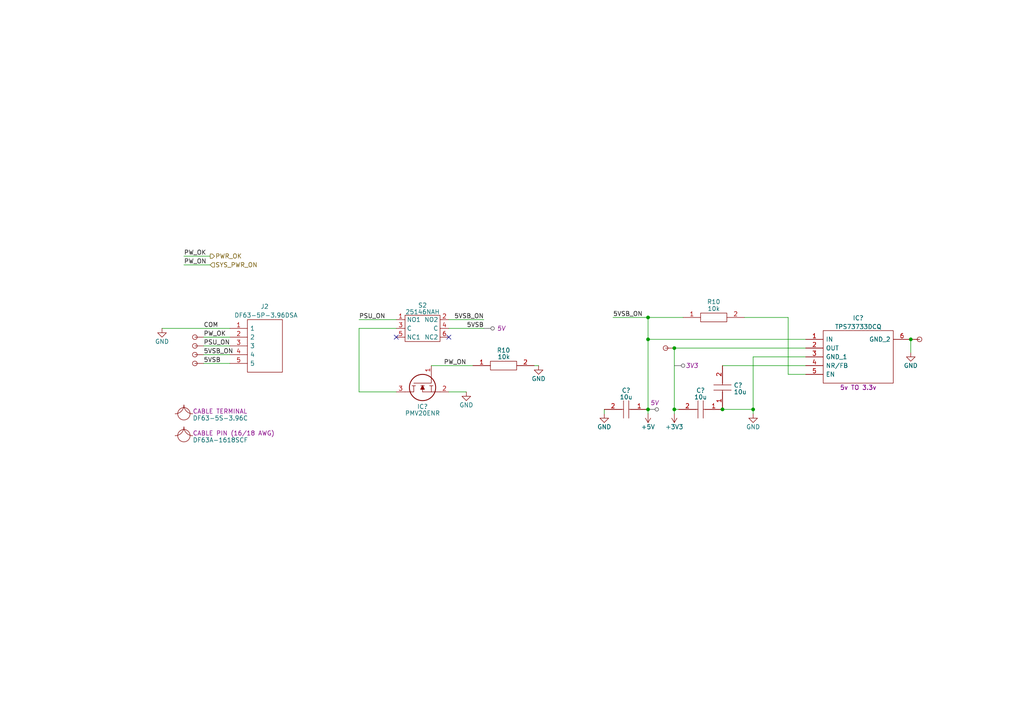
<source format=kicad_sch>
(kicad_sch (version 20230121) (generator eeschema)

  (uuid 4592dd51-3979-443b-8e34-c04559a82405)

  (paper "A4")

  (title_block
    (title "Oro Link")
    (date "2023-05-03")
    (rev "4")
    (company "Oro Operating System")
    (comment 1 "://oro.sh")
    (comment 2 "Joshua Lee Junon")
  )

  (lib_symbols
    (symbol "Oro:25146NAH" (in_bom yes) (on_board yes)
      (property "Reference" "S" (at 7.62 3.81 0)
        (effects (font (size 1.27 1.27)) (justify bottom))
      )
      (property "Value" "25146NAH" (at 7.62 2.54 0)
        (effects (font (size 1.27 1.27)))
      )
      (property "Footprint" "Oro Footprints:25146NAH" (at 13.97 19.05 0)
        (effects (font (size 1.27 1.27)) hide)
      )
      (property "Datasheet" "https://www.mouser.de/datasheet/2/26/PCB-slideswitches-serie-25000N-1511380.pdf" (at 13.97 19.05 0)
        (effects (font (size 1.27 1.27)) hide)
      )
      (property "Height" "11" (at 13.97 20.32 0)
        (effects (font (size 1.27 1.27)) (justify left) hide)
      )
      (property "Manufacturer_Name" "Apem" (at 16.51 19.05 0)
        (effects (font (size 1.27 1.27)) (justify left) hide)
      )
      (property "Manufacturer_Part_Number" "25146NAH" (at 13.97 19.05 0)
        (effects (font (size 1.27 1.27)) (justify left) hide)
      )
      (property "Mouser Part Number" "642-25146NAH" (at 13.97 19.05 0)
        (effects (font (size 1.27 1.27)) (justify left) hide)
      )
      (property "Mouser Price/Stock" "https://www.mouser.de/ProductDetail/Apem/25146NAH" (at 13.97 19.05 0)
        (effects (font (size 1.27 1.27)) (justify left) hide)
      )
      (symbol "25146NAH_0_1"
        (rectangle (start 2.54 1.27) (end 12.7 -6.35)
          (stroke (width 0) (type default))
          (fill (type none))
        )
      )
      (symbol "25146NAH_1_1"
        (pin passive line (at 0 0 0) (length 2.54)
          (name "NO1" (effects (font (size 1.27 1.27))))
          (number "1" (effects (font (size 1.27 1.27))))
        )
        (pin passive line (at 15.24 0 180) (length 2.54)
          (name "NO2" (effects (font (size 1.27 1.27))))
          (number "2" (effects (font (size 1.27 1.27))))
        )
        (pin passive line (at 0 -2.54 0) (length 2.54)
          (name "C" (effects (font (size 1.27 1.27))))
          (number "3" (effects (font (size 1.27 1.27))))
        )
        (pin passive line (at 15.24 -2.54 180) (length 2.54)
          (name "C" (effects (font (size 1.27 1.27))))
          (number "4" (effects (font (size 1.27 1.27))))
        )
        (pin passive line (at 0 -5.08 0) (length 2.54)
          (name "NC1" (effects (font (size 1.27 1.27))))
          (number "5" (effects (font (size 1.27 1.27))))
        )
        (pin passive line (at 15.24 -5.08 180) (length 2.54)
          (name "NC2" (effects (font (size 1.27 1.27))))
          (number "6" (effects (font (size 1.27 1.27))))
        )
      )
    )
    (symbol "Oro:BOM Part" (in_bom yes) (on_board no)
      (property "Reference" "B" (at 0 0 0)
        (effects (font (size 1.27 1.27)))
      )
      (property "Value" "BOM Part" (at 0 -2.54 0)
        (effects (font (size 1.27 1.27)))
      )
      (property "Footprint" "" (at 0 0 0)
        (effects (font (size 1.27 1.27)) hide)
      )
      (property "Datasheet" "" (at 0 0 0)
        (effects (font (size 1.27 1.27)) hide)
      )
      (property "Sim.Enable" "0" (at 0 0 0)
        (effects (font (size 1.27 1.27)) hide)
      )
      (symbol "BOM Part_0_1"
        (arc (start -2.54 0) (mid -2.54 0) (end -2.54 0)
          (stroke (width 0) (type default))
          (fill (type none))
        )
        (arc (start -2.54 0) (mid -0.7439 0.7439) (end 0 2.54)
          (stroke (width 0) (type default))
          (fill (type none))
        )
        (circle (center 0 0) (radius 1.7961)
          (stroke (width 0) (type default))
          (fill (type none))
        )
        (arc (start 0 2.54) (mid 0.7439 0.7439) (end 2.54 0)
          (stroke (width 0) (type default))
          (fill (type none))
        )
      )
    )
    (symbol "Oro:DebugPin" (pin_numbers hide) (pin_names (offset 0) hide) (in_bom no) (on_board yes)
      (property "Reference" "DBG" (at 3.81 0 0)
        (effects (font (size 1.27 1.27)) (justify left))
      )
      (property "Value" "" (at 0 0 0)
        (effects (font (size 1.27 1.27)) hide)
      )
      (property "Footprint" "Oro Footprints:DebugPin" (at 1.27 2.54 0)
        (effects (font (size 1.27 1.27)) hide)
      )
      (property "Datasheet" "" (at 0 0 0)
        (effects (font (size 1.27 1.27)) hide)
      )
      (property "Sim.Enable" "0" (at 13.97 2.54 0)
        (effects (font (size 1.27 1.27)) hide)
      )
      (symbol "DebugPin_0_1"
        (circle (center 2.54 0) (radius 0.6786)
          (stroke (width 0) (type default))
          (fill (type none))
        )
      )
      (symbol "DebugPin_1_1"
        (pin passive line (at 0 0 0) (length 2.54)
          (name "" (effects (font (size 0 0))))
          (number "1" (effects (font (size 0 0))))
        )
      )
    )
    (symbol "SamacSys_Parts:CSD13380F3T" (pin_names (offset 0.762)) (in_bom yes) (on_board yes)
      (property "Reference" "Q" (at 11.43 3.81 0)
        (effects (font (size 1.27 1.27)) (justify left))
      )
      (property "Value" "CSD13380F3T" (at 11.43 1.27 0)
        (effects (font (size 1.27 1.27)) (justify left))
      )
      (property "Footprint" "CSD13380F3T" (at 11.43 -1.27 0)
        (effects (font (size 1.27 1.27)) (justify left) hide)
      )
      (property "Datasheet" "https://www.ti.com/lit/ds/symlink/csd13380f3.pdf?ts=1610053095577" (at 11.43 -3.81 0)
        (effects (font (size 1.27 1.27)) (justify left) hide)
      )
      (property "Description" "12V, N ch NexFET MOSFET, single LGA0.6x0.7, 76mOhm" (at 11.43 -6.35 0)
        (effects (font (size 1.27 1.27)) (justify left) hide)
      )
      (property "Height" "0.35" (at 11.43 -8.89 0)
        (effects (font (size 1.27 1.27)) (justify left) hide)
      )
      (property "Manufacturer_Name" "Texas Instruments" (at 11.43 -11.43 0)
        (effects (font (size 1.27 1.27)) (justify left) hide)
      )
      (property "Manufacturer_Part_Number" "CSD13380F3T" (at 11.43 -13.97 0)
        (effects (font (size 1.27 1.27)) (justify left) hide)
      )
      (property "Mouser Part Number" "595-CSD13380F3T" (at 11.43 -16.51 0)
        (effects (font (size 1.27 1.27)) (justify left) hide)
      )
      (property "Mouser Price/Stock" "https://www.mouser.co.uk/ProductDetail/Texas-Instruments/CSD13380F3T?qs=S8zVn2bBIh85Rpxp8sld8w%3D%3D" (at 11.43 -19.05 0)
        (effects (font (size 1.27 1.27)) (justify left) hide)
      )
      (property "Arrow Part Number" "CSD13380F3T" (at 11.43 -21.59 0)
        (effects (font (size 1.27 1.27)) (justify left) hide)
      )
      (property "Arrow Price/Stock" "https://www.arrow.com/en/products/csd13380f3t/texas-instruments" (at 11.43 -24.13 0)
        (effects (font (size 1.27 1.27)) (justify left) hide)
      )
      (property "Mouser Testing Part Number" "" (at 11.43 -26.67 0)
        (effects (font (size 1.27 1.27)) (justify left) hide)
      )
      (property "Mouser Testing Price/Stock" "" (at 11.43 -29.21 0)
        (effects (font (size 1.27 1.27)) (justify left) hide)
      )
      (property "ki_description" "12V, N ch NexFET MOSFET, single LGA0.6x0.7, 76mOhm" (at 0 0 0)
        (effects (font (size 1.27 1.27)) hide)
      )
      (symbol "CSD13380F3T_0_0"
        (pin passive line (at 0 0 0) (length 2.54)
          (name "~" (effects (font (size 1.27 1.27))))
          (number "1" (effects (font (size 1.27 1.27))))
        )
        (pin passive line (at 7.62 -5.08 90) (length 2.54)
          (name "~" (effects (font (size 1.27 1.27))))
          (number "2" (effects (font (size 1.27 1.27))))
        )
        (pin passive line (at 7.62 10.16 270) (length 2.54)
          (name "~" (effects (font (size 1.27 1.27))))
          (number "3" (effects (font (size 1.27 1.27))))
        )
      )
      (symbol "CSD13380F3T_0_1"
        (polyline
          (pts
            (xy 5.842 -0.508)
            (xy 5.842 0.508)
          )
          (stroke (width 0.1524) (type default))
          (fill (type none))
        )
        (polyline
          (pts
            (xy 5.842 0)
            (xy 7.62 0)
          )
          (stroke (width 0.1524) (type default))
          (fill (type none))
        )
        (polyline
          (pts
            (xy 5.842 2.032)
            (xy 5.842 3.048)
          )
          (stroke (width 0.1524) (type default))
          (fill (type none))
        )
        (polyline
          (pts
            (xy 5.842 5.588)
            (xy 5.842 4.572)
          )
          (stroke (width 0.1524) (type default))
          (fill (type none))
        )
        (polyline
          (pts
            (xy 7.62 2.54)
            (xy 5.842 2.54)
          )
          (stroke (width 0.1524) (type default))
          (fill (type none))
        )
        (polyline
          (pts
            (xy 7.62 2.54)
            (xy 7.62 -2.54)
          )
          (stroke (width 0.1524) (type default))
          (fill (type none))
        )
        (polyline
          (pts
            (xy 7.62 5.08)
            (xy 5.842 5.08)
          )
          (stroke (width 0.1524) (type default))
          (fill (type none))
        )
        (polyline
          (pts
            (xy 7.62 5.08)
            (xy 7.62 7.62)
          )
          (stroke (width 0.1524) (type default))
          (fill (type none))
        )
        (polyline
          (pts
            (xy 2.54 0)
            (xy 5.08 0)
            (xy 5.08 5.08)
          )
          (stroke (width 0.1524) (type default))
          (fill (type none))
        )
        (polyline
          (pts
            (xy 5.842 2.54)
            (xy 6.858 3.048)
            (xy 6.858 2.032)
            (xy 5.842 2.54)
          )
          (stroke (width 0.254) (type default))
          (fill (type outline))
        )
        (circle (center 6.35 2.54) (radius 3.81)
          (stroke (width 0.254) (type default))
          (fill (type none))
        )
      )
    )
    (symbol "SamacSys_Parts:DF63-5P-3.96DSA" (pin_names (offset 0.762)) (in_bom yes) (on_board yes)
      (property "Reference" "J" (at 16.51 7.62 0)
        (effects (font (size 1.27 1.27)) (justify left))
      )
      (property "Value" "DF63-5P-3.96DSA" (at 16.51 5.08 0)
        (effects (font (size 1.27 1.27)) (justify left))
      )
      (property "Footprint" "DF635P396DSA" (at 16.51 2.54 0)
        (effects (font (size 1.27 1.27)) (justify left) hide)
      )
      (property "Datasheet" "https://www.hirose.com/en/product/document?clcode=CL0680-0506-7-00&productname=DF63-5P-3.96DSA&series=DF63&documenttype=2DDrawing&lang=en&documentid=0001002181" (at 16.51 0 0)
        (effects (font (size 1.27 1.27)) (justify left) hide)
      )
      (property "Description" "Power to the Board 3.96mm Pitch BtW 5P Strt Pin Hdr" (at 16.51 -2.54 0)
        (effects (font (size 1.27 1.27)) (justify left) hide)
      )
      (property "Height" "10.3" (at 16.51 -5.08 0)
        (effects (font (size 1.27 1.27)) (justify left) hide)
      )
      (property "Manufacturer_Name" "Hirose" (at 16.51 -7.62 0)
        (effects (font (size 1.27 1.27)) (justify left) hide)
      )
      (property "Manufacturer_Part_Number" "DF63-5P-3.96DSA" (at 16.51 -10.16 0)
        (effects (font (size 1.27 1.27)) (justify left) hide)
      )
      (property "Mouser Part Number" "798-DF63-5P-3.96DSA" (at 16.51 -12.7 0)
        (effects (font (size 1.27 1.27)) (justify left) hide)
      )
      (property "Mouser Price/Stock" "https://www.mouser.co.uk/ProductDetail/Hirose-Connector/DF63-5P-3.96DSA?qs=UCP3u9vqPhEEAcrjzprN4g%3D%3D" (at 16.51 -15.24 0)
        (effects (font (size 1.27 1.27)) (justify left) hide)
      )
      (property "Arrow Part Number" "" (at 16.51 -17.78 0)
        (effects (font (size 1.27 1.27)) (justify left) hide)
      )
      (property "Arrow Price/Stock" "" (at 16.51 -20.32 0)
        (effects (font (size 1.27 1.27)) (justify left) hide)
      )
      (property "ki_description" "Power to the Board 3.96mm Pitch BtW 5P Strt Pin Hdr" (at 0 0 0)
        (effects (font (size 1.27 1.27)) hide)
      )
      (symbol "DF63-5P-3.96DSA_0_0"
        (pin passive line (at 0 0 0) (length 5.08)
          (name "1" (effects (font (size 1.27 1.27))))
          (number "1" (effects (font (size 1.27 1.27))))
        )
        (pin passive line (at 0 -2.54 0) (length 5.08)
          (name "2" (effects (font (size 1.27 1.27))))
          (number "2" (effects (font (size 1.27 1.27))))
        )
        (pin passive line (at 0 -5.08 0) (length 5.08)
          (name "3" (effects (font (size 1.27 1.27))))
          (number "3" (effects (font (size 1.27 1.27))))
        )
        (pin passive line (at 0 -7.62 0) (length 5.08)
          (name "4" (effects (font (size 1.27 1.27))))
          (number "4" (effects (font (size 1.27 1.27))))
        )
        (pin passive line (at 0 -10.16 0) (length 5.08)
          (name "5" (effects (font (size 1.27 1.27))))
          (number "5" (effects (font (size 1.27 1.27))))
        )
      )
      (symbol "DF63-5P-3.96DSA_0_1"
        (polyline
          (pts
            (xy 5.08 2.54)
            (xy 15.24 2.54)
            (xy 15.24 -12.7)
            (xy 5.08 -12.7)
            (xy 5.08 2.54)
          )
          (stroke (width 0.1524) (type solid))
          (fill (type none))
        )
      )
    )
    (symbol "SamacSys_Parts:LMK212ABJ106KG8T" (pin_names (offset 0.762)) (in_bom yes) (on_board yes)
      (property "Reference" "C" (at 8.89 6.35 0)
        (effects (font (size 1.27 1.27)) (justify left))
      )
      (property "Value" "LMK212ABJ106KG8T" (at 8.89 3.81 0)
        (effects (font (size 1.27 1.27)) (justify left))
      )
      (property "Footprint" "CAPC2012X135N" (at 8.89 1.27 0)
        (effects (font (size 1.27 1.27)) (justify left) hide)
      )
      (property "Datasheet" "https://www.mouser.mx/datasheet/2/396/mlcc06_hq_AUTO_e-1901145.pdf" (at 8.89 -1.27 0)
        (effects (font (size 1.27 1.27)) (justify left) hide)
      )
      (property "Description" "Multilayer Ceramic Capacitors MLCC - SMD/SMT 0805 10VDC 10uF 10% X5R" (at 8.89 -3.81 0)
        (effects (font (size 1.27 1.27)) (justify left) hide)
      )
      (property "Height" "1.35" (at 8.89 -6.35 0)
        (effects (font (size 1.27 1.27)) (justify left) hide)
      )
      (property "Manufacturer_Name" "TAIYO YUDEN" (at 8.89 -8.89 0)
        (effects (font (size 1.27 1.27)) (justify left) hide)
      )
      (property "Manufacturer_Part_Number" "LMK212ABJ106KG8T" (at 8.89 -11.43 0)
        (effects (font (size 1.27 1.27)) (justify left) hide)
      )
      (property "Mouser Part Number" "963-LMK212ABJ106KG8T" (at 8.89 -13.97 0)
        (effects (font (size 1.27 1.27)) (justify left) hide)
      )
      (property "Mouser Price/Stock" "https://www.mouser.co.uk/ProductDetail/Taiyo-Yuden/LMK212ABJ106KG8T?qs=DPoM0jnrROXr%252BNWMCZEUdQ%3D%3D" (at 8.89 -16.51 0)
        (effects (font (size 1.27 1.27)) (justify left) hide)
      )
      (property "Arrow Part Number" "" (at 8.89 -19.05 0)
        (effects (font (size 1.27 1.27)) (justify left) hide)
      )
      (property "Arrow Price/Stock" "" (at 8.89 -21.59 0)
        (effects (font (size 1.27 1.27)) (justify left) hide)
      )
      (property "Mouser Testing Part Number" "" (at 8.89 -24.13 0)
        (effects (font (size 1.27 1.27)) (justify left) hide)
      )
      (property "Mouser Testing Price/Stock" "" (at 8.89 -26.67 0)
        (effects (font (size 1.27 1.27)) (justify left) hide)
      )
      (property "ki_description" "Multilayer Ceramic Capacitors MLCC - SMD/SMT 0805 10VDC 10uF 10% X5R" (at 0 0 0)
        (effects (font (size 1.27 1.27)) hide)
      )
      (symbol "LMK212ABJ106KG8T_0_0"
        (pin passive line (at 0 0 0) (length 5.08)
          (name "~" (effects (font (size 1.27 1.27))))
          (number "1" (effects (font (size 1.27 1.27))))
        )
        (pin passive line (at 12.7 0 180) (length 5.08)
          (name "~" (effects (font (size 1.27 1.27))))
          (number "2" (effects (font (size 1.27 1.27))))
        )
      )
      (symbol "LMK212ABJ106KG8T_0_1"
        (polyline
          (pts
            (xy 5.08 0)
            (xy 5.588 0)
          )
          (stroke (width 0.1524) (type default))
          (fill (type none))
        )
        (polyline
          (pts
            (xy 5.588 2.54)
            (xy 5.588 -2.54)
          )
          (stroke (width 0.1524) (type default))
          (fill (type none))
        )
        (polyline
          (pts
            (xy 7.112 0)
            (xy 7.62 0)
          )
          (stroke (width 0.1524) (type default))
          (fill (type none))
        )
        (polyline
          (pts
            (xy 7.112 2.54)
            (xy 7.112 -2.54)
          )
          (stroke (width 0.1524) (type default))
          (fill (type none))
        )
      )
    )
    (symbol "SamacSys_Parts:RC2010JK-0710KL" (pin_names (offset 0.762)) (in_bom yes) (on_board yes)
      (property "Reference" "R" (at 13.97 6.35 0)
        (effects (font (size 1.27 1.27)) (justify left))
      )
      (property "Value" "RC2010JK-0710KL" (at 13.97 3.81 0)
        (effects (font (size 1.27 1.27)) (justify left))
      )
      (property "Footprint" "RESC5025X65N" (at 13.97 1.27 0)
        (effects (font (size 1.27 1.27)) (justify left) hide)
      )
      (property "Datasheet" "https://www.arrow.com/en/products/rc2010jk-0710kl/yageo" (at 13.97 -1.27 0)
        (effects (font (size 1.27 1.27)) (justify left) hide)
      )
      (property "Description" "Res Thick Film 2010 10K Ohm 5% 0.75W(3/4W) +/-100ppm/C Pad SMD T/R" (at 13.97 -3.81 0)
        (effects (font (size 1.27 1.27)) (justify left) hide)
      )
      (property "Height" "0.65" (at 13.97 -6.35 0)
        (effects (font (size 1.27 1.27)) (justify left) hide)
      )
      (property "Manufacturer_Name" "KEMET" (at 13.97 -8.89 0)
        (effects (font (size 1.27 1.27)) (justify left) hide)
      )
      (property "Manufacturer_Part_Number" "RC2010JK-0710KL" (at 13.97 -11.43 0)
        (effects (font (size 1.27 1.27)) (justify left) hide)
      )
      (property "Mouser Part Number" "603-RC2010JK-0710KL" (at 13.97 -13.97 0)
        (effects (font (size 1.27 1.27)) (justify left) hide)
      )
      (property "Mouser Price/Stock" "https://www.mouser.co.uk/ProductDetail/YAGEO/RC2010JK-0710KL?qs=sNpmnPgvziOLj5uuquGIow%3D%3D" (at 13.97 -16.51 0)
        (effects (font (size 1.27 1.27)) (justify left) hide)
      )
      (property "Arrow Part Number" "RC2010JK-0710KL" (at 13.97 -19.05 0)
        (effects (font (size 1.27 1.27)) (justify left) hide)
      )
      (property "Arrow Price/Stock" "https://www.arrow.com/en/products/rc2010jk-0710kl/yageo" (at 13.97 -21.59 0)
        (effects (font (size 1.27 1.27)) (justify left) hide)
      )
      (property "Mouser Testing Part Number" "" (at 13.97 -24.13 0)
        (effects (font (size 1.27 1.27)) (justify left) hide)
      )
      (property "Mouser Testing Price/Stock" "" (at 13.97 -26.67 0)
        (effects (font (size 1.27 1.27)) (justify left) hide)
      )
      (property "ki_description" "Res Thick Film 2010 10K Ohm 5% 0.75W(3/4W) +/-100ppm/C Pad SMD T/R" (at 0 0 0)
        (effects (font (size 1.27 1.27)) hide)
      )
      (symbol "RC2010JK-0710KL_0_0"
        (pin passive line (at 0 0 0) (length 5.08)
          (name "~" (effects (font (size 1.27 1.27))))
          (number "1" (effects (font (size 1.27 1.27))))
        )
        (pin passive line (at 17.78 0 180) (length 5.08)
          (name "~" (effects (font (size 1.27 1.27))))
          (number "2" (effects (font (size 1.27 1.27))))
        )
      )
      (symbol "RC2010JK-0710KL_0_1"
        (polyline
          (pts
            (xy 5.08 1.27)
            (xy 12.7 1.27)
            (xy 12.7 -1.27)
            (xy 5.08 -1.27)
            (xy 5.08 1.27)
          )
          (stroke (width 0.1524) (type solid))
          (fill (type none))
        )
      )
    )
    (symbol "SamacSys_Parts:TPS73733DCQR" (pin_names (offset 0.762)) (in_bom yes) (on_board yes)
      (property "Reference" "IC" (at 26.67 7.62 0)
        (effects (font (size 1.27 1.27)) (justify left))
      )
      (property "Value" "TPS73733DCQR" (at 26.67 5.08 0)
        (effects (font (size 1.27 1.27)) (justify left))
      )
      (property "Footprint" "SOT127P706X180-6N" (at 26.67 2.54 0)
        (effects (font (size 1.27 1.27)) (justify left) hide)
      )
      (property "Datasheet" "http://www.ti.com/lit/gpn/tps737" (at 26.67 0 0)
        (effects (font (size 1.27 1.27)) (justify left) hide)
      )
      (property "Description" "Single Output LDO, 1A, Adj. (1.2 to 5.0V), Reverse Current Protection" (at 26.67 -2.54 0)
        (effects (font (size 1.27 1.27)) (justify left) hide)
      )
      (property "Height" "1.8" (at 26.67 -5.08 0)
        (effects (font (size 1.27 1.27)) (justify left) hide)
      )
      (property "Manufacturer_Name" "Texas Instruments" (at 26.67 -7.62 0)
        (effects (font (size 1.27 1.27)) (justify left) hide)
      )
      (property "Manufacturer_Part_Number" "TPS73733DCQR" (at 26.67 -10.16 0)
        (effects (font (size 1.27 1.27)) (justify left) hide)
      )
      (property "Mouser Part Number" "595-TPS73733DCQR" (at 26.67 -12.7 0)
        (effects (font (size 1.27 1.27)) (justify left) hide)
      )
      (property "Mouser Price/Stock" "https://www.mouser.co.uk/ProductDetail/Texas-Instruments/TPS73733DCQR?qs=pZC5fsuWujESJycp2Xq4wg%3D%3D" (at 26.67 -15.24 0)
        (effects (font (size 1.27 1.27)) (justify left) hide)
      )
      (property "Arrow Part Number" "TPS73733DCQR" (at 26.67 -17.78 0)
        (effects (font (size 1.27 1.27)) (justify left) hide)
      )
      (property "Arrow Price/Stock" "https://www.arrow.com/en/products/tps73733dcqr/texas-instruments?region=nac" (at 26.67 -20.32 0)
        (effects (font (size 1.27 1.27)) (justify left) hide)
      )
      (property "Mouser Testing Part Number" "" (at 26.67 -22.86 0)
        (effects (font (size 1.27 1.27)) (justify left) hide)
      )
      (property "Mouser Testing Price/Stock" "" (at 26.67 -25.4 0)
        (effects (font (size 1.27 1.27)) (justify left) hide)
      )
      (property "ki_description" "Single Output LDO, 1A, Adj. (1.2 to 5.0V), Reverse Current Protection" (at 0 0 0)
        (effects (font (size 1.27 1.27)) hide)
      )
      (symbol "TPS73733DCQR_0_0"
        (pin passive line (at 0 0 0) (length 5.08)
          (name "IN" (effects (font (size 1.27 1.27))))
          (number "1" (effects (font (size 1.27 1.27))))
        )
        (pin passive line (at 0 -2.54 0) (length 5.08)
          (name "OUT" (effects (font (size 1.27 1.27))))
          (number "2" (effects (font (size 1.27 1.27))))
        )
        (pin passive line (at 0 -5.08 0) (length 5.08)
          (name "GND_1" (effects (font (size 1.27 1.27))))
          (number "3" (effects (font (size 1.27 1.27))))
        )
        (pin passive line (at 0 -7.62 0) (length 5.08)
          (name "NR/FB" (effects (font (size 1.27 1.27))))
          (number "4" (effects (font (size 1.27 1.27))))
        )
        (pin passive line (at 0 -10.16 0) (length 5.08)
          (name "EN" (effects (font (size 1.27 1.27))))
          (number "5" (effects (font (size 1.27 1.27))))
        )
        (pin passive line (at 30.48 0 180) (length 5.08)
          (name "GND_2" (effects (font (size 1.27 1.27))))
          (number "6" (effects (font (size 1.27 1.27))))
        )
      )
      (symbol "TPS73733DCQR_0_1"
        (polyline
          (pts
            (xy 5.08 2.54)
            (xy 25.4 2.54)
            (xy 25.4 -12.7)
            (xy 5.08 -12.7)
            (xy 5.08 2.54)
          )
          (stroke (width 0.1524) (type default))
          (fill (type none))
        )
      )
    )
    (symbol "power:+3V3" (power) (pin_names (offset 0)) (in_bom yes) (on_board yes)
      (property "Reference" "#PWR" (at 0 -3.81 0)
        (effects (font (size 1.27 1.27)) hide)
      )
      (property "Value" "+3V3" (at 0 3.556 0)
        (effects (font (size 1.27 1.27)))
      )
      (property "Footprint" "" (at 0 0 0)
        (effects (font (size 1.27 1.27)) hide)
      )
      (property "Datasheet" "" (at 0 0 0)
        (effects (font (size 1.27 1.27)) hide)
      )
      (property "ki_keywords" "global power" (at 0 0 0)
        (effects (font (size 1.27 1.27)) hide)
      )
      (property "ki_description" "Power symbol creates a global label with name \"+3V3\"" (at 0 0 0)
        (effects (font (size 1.27 1.27)) hide)
      )
      (symbol "+3V3_0_1"
        (polyline
          (pts
            (xy -0.762 1.27)
            (xy 0 2.54)
          )
          (stroke (width 0) (type default))
          (fill (type none))
        )
        (polyline
          (pts
            (xy 0 0)
            (xy 0 2.54)
          )
          (stroke (width 0) (type default))
          (fill (type none))
        )
        (polyline
          (pts
            (xy 0 2.54)
            (xy 0.762 1.27)
          )
          (stroke (width 0) (type default))
          (fill (type none))
        )
      )
      (symbol "+3V3_1_1"
        (pin power_in line (at 0 0 90) (length 0) hide
          (name "+3V3" (effects (font (size 1.27 1.27))))
          (number "1" (effects (font (size 1.27 1.27))))
        )
      )
    )
    (symbol "power:+5V" (power) (pin_names (offset 0)) (in_bom yes) (on_board yes)
      (property "Reference" "#PWR" (at 0 -3.81 0)
        (effects (font (size 1.27 1.27)) hide)
      )
      (property "Value" "+5V" (at 0 3.556 0)
        (effects (font (size 1.27 1.27)))
      )
      (property "Footprint" "" (at 0 0 0)
        (effects (font (size 1.27 1.27)) hide)
      )
      (property "Datasheet" "" (at 0 0 0)
        (effects (font (size 1.27 1.27)) hide)
      )
      (property "ki_keywords" "global power" (at 0 0 0)
        (effects (font (size 1.27 1.27)) hide)
      )
      (property "ki_description" "Power symbol creates a global label with name \"+5V\"" (at 0 0 0)
        (effects (font (size 1.27 1.27)) hide)
      )
      (symbol "+5V_0_1"
        (polyline
          (pts
            (xy -0.762 1.27)
            (xy 0 2.54)
          )
          (stroke (width 0) (type default))
          (fill (type none))
        )
        (polyline
          (pts
            (xy 0 0)
            (xy 0 2.54)
          )
          (stroke (width 0) (type default))
          (fill (type none))
        )
        (polyline
          (pts
            (xy 0 2.54)
            (xy 0.762 1.27)
          )
          (stroke (width 0) (type default))
          (fill (type none))
        )
      )
      (symbol "+5V_1_1"
        (pin power_in line (at 0 0 90) (length 0) hide
          (name "+5V" (effects (font (size 1.27 1.27))))
          (number "1" (effects (font (size 1.27 1.27))))
        )
      )
    )
    (symbol "power:GND" (power) (pin_names (offset 0)) (in_bom yes) (on_board yes)
      (property "Reference" "#PWR" (at 0 -6.35 0)
        (effects (font (size 1.27 1.27)) hide)
      )
      (property "Value" "GND" (at 0 -3.81 0)
        (effects (font (size 1.27 1.27)))
      )
      (property "Footprint" "" (at 0 0 0)
        (effects (font (size 1.27 1.27)) hide)
      )
      (property "Datasheet" "" (at 0 0 0)
        (effects (font (size 1.27 1.27)) hide)
      )
      (property "ki_keywords" "global power" (at 0 0 0)
        (effects (font (size 1.27 1.27)) hide)
      )
      (property "ki_description" "Power symbol creates a global label with name \"GND\" , ground" (at 0 0 0)
        (effects (font (size 1.27 1.27)) hide)
      )
      (symbol "GND_0_1"
        (polyline
          (pts
            (xy 0 0)
            (xy 0 -1.27)
            (xy 1.27 -1.27)
            (xy 0 -2.54)
            (xy -1.27 -1.27)
            (xy 0 -1.27)
          )
          (stroke (width 0) (type default))
          (fill (type none))
        )
      )
      (symbol "GND_1_1"
        (pin power_in line (at 0 0 270) (length 0) hide
          (name "GND" (effects (font (size 1.27 1.27))))
          (number "1" (effects (font (size 1.27 1.27))))
        )
      )
    )
  )

  (junction (at 187.96 118.745) (diameter 0) (color 0 0 0 0)
    (uuid 17d8410b-ea77-4fc9-8a02-6741eac6437d)
  )
  (junction (at 187.96 92.075) (diameter 0) (color 0 0 0 0)
    (uuid 35b9a513-5b54-43c4-8c02-a3f05cf82836)
  )
  (junction (at 195.58 118.745) (diameter 0) (color 0 0 0 0)
    (uuid 3c9e148d-1612-4cab-aa68-cb8091e0a881)
  )
  (junction (at 187.96 98.425) (diameter 0) (color 0 0 0 0)
    (uuid 55214d6a-7d15-4ede-bf0a-1dde7064ad39)
  )
  (junction (at 195.58 100.965) (diameter 0) (color 0 0 0 0)
    (uuid 6ed4f3e7-8e38-4850-962d-8f99393f2609)
  )
  (junction (at 264.16 98.425) (diameter 0) (color 0 0 0 0)
    (uuid 9e00a3ea-0516-4826-bc12-3766f0abf5f6)
  )
  (junction (at 218.44 118.745) (diameter 0) (color 0 0 0 0)
    (uuid b3c5e9dd-2f27-45dd-a67f-a9fe8f8aeed4)
  )
  (junction (at 209.55 118.745) (diameter 0) (color 0 0 0 0)
    (uuid e4dac945-01a7-4a79-9445-630548e0e7e8)
  )

  (no_connect (at 130.175 97.79) (uuid 804754d2-f1d8-4de6-9ea8-cce0ee56bd73))
  (no_connect (at 114.935 97.79) (uuid c0963615-89dc-495f-bd8d-54b0e062f36f))

  (wire (pts (xy 209.55 106.045) (xy 233.68 106.045))
    (stroke (width 0) (type default))
    (uuid 01de9264-24d3-4f4b-8d00-0d651038597c)
  )
  (wire (pts (xy 177.8 92.075) (xy 187.96 92.075))
    (stroke (width 0) (type default))
    (uuid 0208be48-a7fc-47d9-81c1-6083f07a89a0)
  )
  (wire (pts (xy 175.26 120.015) (xy 175.26 118.745))
    (stroke (width 0) (type default))
    (uuid 153649b6-6d3c-4749-b3f0-dc20a9b8cfd1)
  )
  (wire (pts (xy 195.58 100.965) (xy 233.68 100.965))
    (stroke (width 0) (type default))
    (uuid 161d4b0e-8ec9-4cad-a0a5-697d4fcd1864)
  )
  (wire (pts (xy 209.55 118.745) (xy 218.44 118.745))
    (stroke (width 0) (type default))
    (uuid 1691113b-470f-486d-bbd3-2e19a913061f)
  )
  (wire (pts (xy 228.6 108.585) (xy 228.6 92.075))
    (stroke (width 0) (type default))
    (uuid 187575cd-9b2f-40c6-8cec-c5d1e10fc468)
  )
  (wire (pts (xy 187.96 98.425) (xy 187.96 118.745))
    (stroke (width 0) (type default))
    (uuid 1a742fab-02bd-49f3-af88-6e6c533a470f)
  )
  (wire (pts (xy 104.14 92.71) (xy 114.935 92.71))
    (stroke (width 0) (type default))
    (uuid 253e2612-b2e4-49b9-805e-0c40a1a17691)
  )
  (wire (pts (xy 218.44 103.505) (xy 233.68 103.505))
    (stroke (width 0) (type default))
    (uuid 2627c5be-2039-4e6d-9224-184ac843e9c0)
  )
  (wire (pts (xy 66.675 100.33) (xy 59.055 100.33))
    (stroke (width 0) (type default))
    (uuid 2beb8c20-fe57-4404-bcd6-6e465e80a94b)
  )
  (wire (pts (xy 187.96 118.745) (xy 187.96 120.015))
    (stroke (width 0) (type default))
    (uuid 30ae4c21-8f9b-4f82-8237-ffcbc37fb29f)
  )
  (wire (pts (xy 104.14 113.665) (xy 114.935 113.665))
    (stroke (width 0) (type default))
    (uuid 33599397-b9f9-489a-8557-26718597c25b)
  )
  (wire (pts (xy 264.16 98.425) (xy 264.16 102.235))
    (stroke (width 0) (type default))
    (uuid 3790420b-a808-455d-b7fe-1bb26b29a3aa)
  )
  (wire (pts (xy 125.095 106.045) (xy 137.16 106.045))
    (stroke (width 0) (type default))
    (uuid 3ca53c80-1982-454b-baab-e4dc4cf7c583)
  )
  (wire (pts (xy 59.055 97.79) (xy 66.675 97.79))
    (stroke (width 0) (type default))
    (uuid 4e1f26ff-33f1-4ce6-a366-e388b2731843)
  )
  (wire (pts (xy 130.175 92.71) (xy 140.335 92.71))
    (stroke (width 0) (type default))
    (uuid 52a88ee3-1262-4211-9f4f-676a87a116a8)
  )
  (wire (pts (xy 218.44 103.505) (xy 218.44 118.745))
    (stroke (width 0) (type default))
    (uuid 53f9b6d2-25d8-4fc6-8632-6284b216c509)
  )
  (wire (pts (xy 215.9 92.075) (xy 228.6 92.075))
    (stroke (width 0) (type default))
    (uuid 552a9782-7fb7-49c9-aed6-31122806f981)
  )
  (wire (pts (xy 218.44 120.015) (xy 218.44 118.745))
    (stroke (width 0) (type default))
    (uuid 5d7e67f0-7646-4e12-a347-063ba957b5c4)
  )
  (wire (pts (xy 135.255 113.665) (xy 130.175 113.665))
    (stroke (width 0) (type default))
    (uuid 7b25b9fd-a0a0-4de9-ab63-0b25f4033858)
  )
  (wire (pts (xy 228.6 108.585) (xy 233.68 108.585))
    (stroke (width 0) (type default))
    (uuid 856c87b5-268f-4ab4-a043-e5ebd4375107)
  )
  (wire (pts (xy 154.94 106.045) (xy 156.21 106.045))
    (stroke (width 0) (type default))
    (uuid 8ace72dc-d4f1-42be-a1e2-c037e02a152e)
  )
  (wire (pts (xy 60.96 76.835) (xy 53.34 76.835))
    (stroke (width 0) (type default))
    (uuid 8ec853ed-8216-470a-9648-283a8fdbb9f1)
  )
  (wire (pts (xy 60.96 74.295) (xy 53.34 74.295))
    (stroke (width 0) (type default))
    (uuid 9b3ce4f1-8203-4d89-9ca6-343c2e0c8739)
  )
  (wire (pts (xy 46.99 95.25) (xy 66.675 95.25))
    (stroke (width 0) (type default))
    (uuid 9dbf88f3-ce4b-469f-95f1-926f3802f74b)
  )
  (wire (pts (xy 104.14 95.25) (xy 114.935 95.25))
    (stroke (width 0) (type default))
    (uuid a3ca9399-ca71-423f-bb1b-b0a3a4e807de)
  )
  (wire (pts (xy 187.96 92.075) (xy 187.96 98.425))
    (stroke (width 0) (type default))
    (uuid aa8d10a8-7e10-479f-9364-5894354c335a)
  )
  (wire (pts (xy 195.58 118.745) (xy 196.85 118.745))
    (stroke (width 0) (type default))
    (uuid af3b1881-c017-4291-a5ce-8de0db355456)
  )
  (wire (pts (xy 187.96 98.425) (xy 233.68 98.425))
    (stroke (width 0) (type default))
    (uuid b84a166d-a89b-4975-9b99-d9db7fb6d464)
  )
  (wire (pts (xy 66.675 102.87) (xy 59.055 102.87))
    (stroke (width 0) (type default))
    (uuid ba9b0461-0a5f-4613-8429-e5b3eb14640c)
  )
  (wire (pts (xy 187.96 92.075) (xy 198.12 92.075))
    (stroke (width 0) (type default))
    (uuid d2a2dfa5-28f0-43af-8fc6-95af8510f035)
  )
  (wire (pts (xy 130.175 95.25) (xy 140.335 95.25))
    (stroke (width 0) (type default))
    (uuid e33deec2-c292-4368-a7ee-2356bcfe71bb)
  )
  (wire (pts (xy 59.055 105.41) (xy 66.675 105.41))
    (stroke (width 0) (type default))
    (uuid f01bc35f-ab31-4092-96b3-8f1b3f322e37)
  )
  (wire (pts (xy 195.58 118.745) (xy 195.58 120.015))
    (stroke (width 0) (type default))
    (uuid f9526ccf-4f4c-4834-aa79-ad50c76f123e)
  )
  (wire (pts (xy 104.14 113.665) (xy 104.14 95.25))
    (stroke (width 0) (type default))
    (uuid fb7a5af3-2cf2-4dad-a790-c42c315b30e0)
  )
  (wire (pts (xy 195.58 100.965) (xy 195.58 118.745))
    (stroke (width 0) (type default))
    (uuid fdf99c49-a2f2-4594-b4af-6ca7d1663bdd)
  )

  (label "PSU_ON" (at 104.14 92.71 0) (fields_autoplaced)
    (effects (font (size 1.27 1.27)) (justify left bottom))
    (uuid 0b8707ad-2ad3-4d08-b8ee-c148bb9442a2)
  )
  (label "5VSB" (at 140.335 95.25 180) (fields_autoplaced)
    (effects (font (size 1.27 1.27)) (justify right bottom))
    (uuid 1087bad7-f960-479b-81d3-c27ebc081f8d)
  )
  (label "PW_OK" (at 53.34 74.295 0) (fields_autoplaced)
    (effects (font (size 1.27 1.27)) (justify left bottom))
    (uuid 14818f4a-71d7-42b6-bfc1-b0786c754b92)
  )
  (label "5VSB_ON" (at 140.335 92.71 180) (fields_autoplaced)
    (effects (font (size 1.27 1.27)) (justify right bottom))
    (uuid 497e317d-8d53-4471-8f14-43249a394fb8)
  )
  (label "PSU_ON" (at 59.055 100.33 0) (fields_autoplaced)
    (effects (font (size 1.27 1.27)) (justify left bottom))
    (uuid 4b6f6dec-dcd3-474c-a78e-3e79d95d0c8c)
  )
  (label "PW_ON" (at 135.255 106.045 180) (fields_autoplaced)
    (effects (font (size 1.27 1.27)) (justify right bottom))
    (uuid 5ec83e5c-3605-4fe8-a38b-5a20895d0472)
  )
  (label "5VSB_ON" (at 59.055 102.87 0) (fields_autoplaced)
    (effects (font (size 1.27 1.27)) (justify left bottom))
    (uuid 5fabf7a9-b7fa-4a12-a97b-f3affef65ea1)
  )
  (label "COM" (at 59.055 95.25 0) (fields_autoplaced)
    (effects (font (size 1.27 1.27)) (justify left bottom))
    (uuid 73af070f-d9dc-49dd-b92c-d0756ec94bce)
  )
  (label "PW_OK" (at 59.055 97.79 0) (fields_autoplaced)
    (effects (font (size 1.27 1.27)) (justify left bottom))
    (uuid 845c37ac-e053-4e88-a323-0515a97229e7)
  )
  (label "5VSB_ON" (at 177.8 92.075 0) (fields_autoplaced)
    (effects (font (size 1.27 1.27)) (justify left bottom))
    (uuid a40a09c7-2821-48f4-b85a-b099e514e171)
  )
  (label "5VSB" (at 59.055 105.41 0) (fields_autoplaced)
    (effects (font (size 1.27 1.27)) (justify left bottom))
    (uuid e3b67d7b-5195-4e2f-9056-4f9e02c1049a)
  )
  (label "PW_ON" (at 53.34 76.835 0) (fields_autoplaced)
    (effects (font (size 1.27 1.27)) (justify left bottom))
    (uuid e6131590-efd1-4ef9-846f-0fe3affe1984)
  )

  (hierarchical_label "PWR_OK" (shape output) (at 60.96 74.295 0) (fields_autoplaced)
    (effects (font (size 1.27 1.27)) (justify left))
    (uuid 73325011-bebe-4774-8544-780af7e0dd7e)
  )
  (hierarchical_label "SYS_PWR_ON" (shape input) (at 60.96 76.835 0) (fields_autoplaced)
    (effects (font (size 1.27 1.27)) (justify left))
    (uuid a08e0175-c6ca-4a74-a310-176ca32a3b2e)
  )

  (netclass_flag "" (length 2.54) (shape round) (at 187.96 118.745 270)
    (effects (font (size 1.27 1.27)) (justify right bottom))
    (uuid 49b52f36-6cf3-4fcf-8ab7-85a70c284809)
    (property "Netclass" "5V" (at 188.595 116.84 0)
      (effects (font (size 1.27 1.27) italic) (justify left))
    )
  )
  (netclass_flag "" (length 2.54) (shape round) (at 195.58 106.045 270)
    (effects (font (size 1.27 1.27)) (justify right bottom))
    (uuid 631861c9-5086-471c-a4fc-b8516491d831)
    (property "Netclass" "3V3" (at 202.565 106.045 0)
      (effects (font (size 1.27 1.27) italic) (justify right))
    )
  )
  (netclass_flag "" (length 2.54) (shape round) (at 140.335 95.25 270)
    (effects (font (size 1.27 1.27)) (justify right bottom))
    (uuid acf728d8-196a-41ca-bc2f-47ae6b489f28)
    (property "Netclass" "5V" (at 144.145 95.25 0)
      (effects (font (size 1.27 1.27) italic) (justify left))
    )
  )

  (symbol (lib_id "Oro:DebugPin") (at 59.055 100.33 180) (unit 1)
    (in_bom no) (on_board yes) (dnp no)
    (uuid 01b09518-44af-4ff6-ba90-8a409d5d77d3)
    (property "Reference" "DBG2" (at 53.34 100.33 0)
      (effects (font (size 1.27 1.27)) hide)
    )
    (property "Value" "~" (at 59.055 100.33 0)
      (effects (font (size 1.27 1.27)) hide)
    )
    (property "Footprint" "Oro Footprints:DebugPin" (at 57.785 102.87 0)
      (effects (font (size 1.27 1.27)) hide)
    )
    (property "Datasheet" "" (at 59.055 100.33 0)
      (effects (font (size 1.27 1.27)) hide)
    )
    (property "Sim.Enable" "0" (at 45.085 102.87 0)
      (effects (font (size 1.27 1.27)) hide)
    )
    (pin "1" (uuid a6f0a4cc-cbf4-4d78-9fff-26485c632bb7))
    (instances
      (project "OroLink"
        (path "/e89dcd22-1250-4a5b-b778-1c95a0dd623d/f955395e-bf1a-4ef3-9cfe-ec9d49f66988"
          (reference "DBG2") (unit 1)
        )
      )
    )
  )

  (symbol (lib_id "SamacSys_Parts:TPS73733DCQR") (at 233.68 98.425 0) (unit 1)
    (in_bom yes) (on_board yes) (dnp no)
    (uuid 0b276052-759e-4f34-9ab7-b9b853d703f4)
    (property "Reference" "IC?" (at 248.92 92.236 0)
      (effects (font (size 1.27 1.27)))
    )
    (property "Value" "TPS73733DCQ" (at 248.92 94.7729 0)
      (effects (font (size 1.27 1.27)))
    )
    (property "Footprint" "SamacSys_Parts:SOT127P706X180-6N" (at 260.35 95.885 0)
      (effects (font (size 1.27 1.27)) (justify left) hide)
    )
    (property "Datasheet" "http://www.ti.com/lit/gpn/tps737" (at 260.35 98.425 0)
      (effects (font (size 1.27 1.27)) (justify left) hide)
    )
    (property "Description" "Single Output LDO, 1A, Adj. (1.2 to 5.0V), Reverse Current Protection" (at 260.35 100.965 0)
      (effects (font (size 1.27 1.27)) (justify left) hide)
    )
    (property "Height" "1.8" (at 260.35 103.505 0)
      (effects (font (size 1.27 1.27)) (justify left) hide)
    )
    (property "Manufacturer_Name" "Texas Instruments" (at 260.35 106.045 0)
      (effects (font (size 1.27 1.27)) (justify left) hide)
    )
    (property "Manufacturer_Part_Number" "TPS73733DCQ" (at 260.35 108.585 0)
      (effects (font (size 1.27 1.27)) (justify left) hide)
    )
    (property "Mouser Part Number" "595-TPS73733DCQ" (at 260.35 111.125 0)
      (effects (font (size 1.27 1.27)) (justify left) hide)
    )
    (property "Mouser Price/Stock" "https://www.mouser.de/ProductDetail/Texas-Instruments/TPS73733DCQ?qs=pZC5fsuWujEDbxC8pwc3MQ%3D%3D" (at 260.35 113.665 0)
      (effects (font (size 1.27 1.27)) (justify left) hide)
    )
    (property "Mouser Testing Part Number" "" (at 260.35 121.285 0)
      (effects (font (size 1.27 1.27)) (justify left) hide)
    )
    (property "Mouser Testing Price/Stock" "" (at 260.35 123.825 0)
      (effects (font (size 1.27 1.27)) (justify left) hide)
    )
    (property "Note" "5v TO 3.3v" (at 248.92 112.395 0)
      (effects (font (size 1.27 1.27)))
    )
    (pin "1" (uuid f0fd23fa-3911-4765-ae88-bea7111edbca))
    (pin "2" (uuid 72ad6fef-49d9-434d-9d92-833caf9d2ce4))
    (pin "3" (uuid 4776119d-d8a2-4b5e-b767-bd0f112f93fa))
    (pin "4" (uuid cae9eff0-16b1-46e9-a306-2026ba0379be))
    (pin "5" (uuid 19049ba8-7991-47cd-a914-b4619cb21ada))
    (pin "6" (uuid a7ad6f22-108d-4495-b947-cc1c901862ad))
    (instances
      (project "Oro Testbed v2"
        (path "/3d0fc623-63eb-45e5-a304-e470d9b3a173"
          (reference "IC?") (unit 1)
        )
        (path "/3d0fc623-63eb-45e5-a304-e470d9b3a173/62e8cddc-1c26-4fab-8954-689e69f767da"
          (reference "IC21") (unit 1)
        )
      )
      (project "OroLink"
        (path "/e89dcd22-1250-4a5b-b778-1c95a0dd623d/f955395e-bf1a-4ef3-9cfe-ec9d49f66988"
          (reference "IC2") (unit 1)
        )
      )
    )
  )

  (symbol (lib_id "power:GND") (at 264.16 102.235 0) (unit 1)
    (in_bom yes) (on_board yes) (dnp no)
    (uuid 11d5595d-824a-45d9-b808-e03b197bbe19)
    (property "Reference" "#PWR?" (at 264.16 108.585 0)
      (effects (font (size 1.27 1.27)) hide)
    )
    (property "Value" "GND" (at 264.16 106.045 0)
      (effects (font (size 1.27 1.27)))
    )
    (property "Footprint" "" (at 264.16 102.235 0)
      (effects (font (size 1.27 1.27)) hide)
    )
    (property "Datasheet" "" (at 264.16 102.235 0)
      (effects (font (size 1.27 1.27)) hide)
    )
    (pin "1" (uuid e6e3181e-8e37-4504-9625-330590f0c28d))
    (instances
      (project "Oro Testbed v2"
        (path "/3d0fc623-63eb-45e5-a304-e470d9b3a173"
          (reference "#PWR?") (unit 1)
        )
        (path "/3d0fc623-63eb-45e5-a304-e470d9b3a173/62e8cddc-1c26-4fab-8954-689e69f767da"
          (reference "#PWR088") (unit 1)
        )
      )
      (project "OroLink"
        (path "/e89dcd22-1250-4a5b-b778-1c95a0dd623d/f955395e-bf1a-4ef3-9cfe-ec9d49f66988"
          (reference "#PWR027") (unit 1)
        )
      )
    )
  )

  (symbol (lib_id "SamacSys_Parts:LMK212ABJ106KG8T") (at 209.55 118.745 90) (unit 1)
    (in_bom yes) (on_board yes) (dnp no) (fields_autoplaced)
    (uuid 1bcf0097-e421-4959-9fc9-7664f11c67ae)
    (property "Reference" "C?" (at 212.8012 111.7513 90)
      (effects (font (size 1.27 1.27)) (justify right))
    )
    (property "Value" "10u" (at 212.8012 113.6723 90)
      (effects (font (size 1.27 1.27)) (justify right))
    )
    (property "Footprint" "SamacSys_Parts:CAPC2012X135N" (at 208.28 109.855 0)
      (effects (font (size 1.27 1.27)) (justify left) hide)
    )
    (property "Datasheet" "https://www.mouser.mx/datasheet/2/396/mlcc06_hq_AUTO_e-1901145.pdf" (at 210.82 109.855 0)
      (effects (font (size 1.27 1.27)) (justify left) hide)
    )
    (property "Description" "Multilayer Ceramic Capacitors MLCC - SMD/SMT 0805 10VDC 10uF 10% X5R" (at 213.36 109.855 0)
      (effects (font (size 1.27 1.27)) (justify left) hide)
    )
    (property "Height" "1.35" (at 215.9 109.855 0)
      (effects (font (size 1.27 1.27)) (justify left) hide)
    )
    (property "Manufacturer_Name" "TAIYO YUDEN" (at 218.44 109.855 0)
      (effects (font (size 1.27 1.27)) (justify left) hide)
    )
    (property "Manufacturer_Part_Number" "LMK212ABJ106KG8T" (at 220.98 109.855 0)
      (effects (font (size 1.27 1.27)) (justify left) hide)
    )
    (property "Mouser Part Number" "963-LMK212ABJ106KG8T" (at 223.52 109.855 0)
      (effects (font (size 1.27 1.27)) (justify left) hide)
    )
    (property "Mouser Price/Stock" "https://www.mouser.co.uk/ProductDetail/Taiyo-Yuden/LMK212ABJ106KG8T?qs=DPoM0jnrROXr%252BNWMCZEUdQ%3D%3D" (at 226.06 109.855 0)
      (effects (font (size 1.27 1.27)) (justify left) hide)
    )
    (property "Arrow Part Number" "" (at 228.6 109.855 0)
      (effects (font (size 1.27 1.27)) (justify left) hide)
    )
    (property "Arrow Price/Stock" "" (at 231.14 109.855 0)
      (effects (font (size 1.27 1.27)) (justify left) hide)
    )
    (property "Mouser Testing Part Number" "" (at 233.68 109.855 0)
      (effects (font (size 1.27 1.27)) (justify left) hide)
    )
    (property "Mouser Testing Price/Stock" "" (at 236.22 109.855 0)
      (effects (font (size 1.27 1.27)) (justify left) hide)
    )
    (pin "1" (uuid 13b1d612-e142-4d6d-877c-b92ff93bb25d))
    (pin "2" (uuid 78d68de8-e3b6-4edf-a6c5-66d2e2c24411))
    (instances
      (project "Oro Testbed v2"
        (path "/3d0fc623-63eb-45e5-a304-e470d9b3a173"
          (reference "C?") (unit 1)
        )
        (path "/3d0fc623-63eb-45e5-a304-e470d9b3a173/62e8cddc-1c26-4fab-8954-689e69f767da"
          (reference "C26") (unit 1)
        )
      )
      (project "OroLink"
        (path "/e89dcd22-1250-4a5b-b778-1c95a0dd623d/f955395e-bf1a-4ef3-9cfe-ec9d49f66988"
          (reference "C22") (unit 1)
        )
      )
    )
  )

  (symbol (lib_id "Oro:25146NAH") (at 114.935 92.71 0) (unit 1)
    (in_bom yes) (on_board yes) (dnp no) (fields_autoplaced)
    (uuid 22424bd7-540c-4e6a-8165-4a5e9b78a1fa)
    (property "Reference" "S2" (at 122.555 88.5571 0)
      (effects (font (size 1.27 1.27)))
    )
    (property "Value" "25146NAH" (at 122.555 90.4781 0)
      (effects (font (size 1.27 1.27)))
    )
    (property "Footprint" "Oro Footprints:25146NAH" (at 128.905 73.66 0)
      (effects (font (size 1.27 1.27)) hide)
    )
    (property "Datasheet" "https://www.mouser.de/datasheet/2/26/PCB-slideswitches-serie-25000N-1511380.pdf" (at 128.905 73.66 0)
      (effects (font (size 1.27 1.27)) hide)
    )
    (property "Height" "11" (at 128.905 72.39 0)
      (effects (font (size 1.27 1.27)) (justify left) hide)
    )
    (property "Manufacturer_Name" "Apem" (at 131.445 73.66 0)
      (effects (font (size 1.27 1.27)) (justify left) hide)
    )
    (property "Manufacturer_Part_Number" "25146NAH" (at 128.905 73.66 0)
      (effects (font (size 1.27 1.27)) (justify left) hide)
    )
    (property "Mouser Part Number" "642-25146NAH" (at 128.905 73.66 0)
      (effects (font (size 1.27 1.27)) (justify left) hide)
    )
    (property "Mouser Price/Stock" "https://www.mouser.de/ProductDetail/Apem/25146NAH?qs=VdTcGPmBZ7CcCI6d5wYFGg%3D%3D" (at 128.905 73.66 0)
      (effects (font (size 1.27 1.27)) (justify left) hide)
    )
    (pin "1" (uuid c10f53a3-7166-479f-8182-f1b89166b9a6))
    (pin "2" (uuid b1e624f7-cd8f-45df-af0f-1610c0f2b5c0))
    (pin "3" (uuid 465a6220-14aa-40a3-a6c2-692ff38725da))
    (pin "4" (uuid 91b859cf-0dd9-4c0b-80f8-9cf83aebb206))
    (pin "5" (uuid 556f1c86-ab17-47bd-91f7-954551b32d2e))
    (pin "6" (uuid 2a83e484-7d72-4612-97ef-2dfca40c52f2))
    (instances
      (project "OroLink"
        (path "/e89dcd22-1250-4a5b-b778-1c95a0dd623d/f955395e-bf1a-4ef3-9cfe-ec9d49f66988"
          (reference "S2") (unit 1)
        )
      )
    )
  )

  (symbol (lib_id "Oro:DebugPin") (at 59.055 102.87 180) (unit 1)
    (in_bom no) (on_board yes) (dnp no)
    (uuid 2dc70f6e-eda1-447c-9dd0-6d8590804c59)
    (property "Reference" "DBG3" (at 53.34 102.87 0)
      (effects (font (size 1.27 1.27)) hide)
    )
    (property "Value" "~" (at 59.055 102.87 0)
      (effects (font (size 1.27 1.27)) hide)
    )
    (property "Footprint" "Oro Footprints:DebugPin" (at 57.785 105.41 0)
      (effects (font (size 1.27 1.27)) hide)
    )
    (property "Datasheet" "" (at 59.055 102.87 0)
      (effects (font (size 1.27 1.27)) hide)
    )
    (property "Sim.Enable" "0" (at 45.085 105.41 0)
      (effects (font (size 1.27 1.27)) hide)
    )
    (pin "1" (uuid 78360b51-00fa-4d93-9d30-acc7c0bc2739))
    (instances
      (project "OroLink"
        (path "/e89dcd22-1250-4a5b-b778-1c95a0dd623d/f955395e-bf1a-4ef3-9cfe-ec9d49f66988"
          (reference "DBG3") (unit 1)
        )
      )
    )
  )

  (symbol (lib_id "SamacSys_Parts:CSD13380F3T") (at 125.095 106.045 90) (mirror x) (unit 1)
    (in_bom yes) (on_board yes) (dnp no) (fields_autoplaced)
    (uuid 2dcc39dd-2cdd-4dd2-8e44-3943155eef7c)
    (property "Reference" "IC?" (at 122.555 117.9275 90)
      (effects (font (size 1.27 1.27)))
    )
    (property "Value" "PMV20ENR" (at 122.555 119.8485 90)
      (effects (font (size 1.27 1.27)))
    )
    (property "Footprint" "SamacSys_Parts:SOT95P230X110-3N" (at 122.555 122.555 0)
      (effects (font (size 1.27 1.27)) (justify left) hide)
    )
    (property "Datasheet" "https://assets.nexperia.com/documents/data-sheet/PMV20EN.pdf" (at 125.095 122.555 0)
      (effects (font (size 1.27 1.27)) (justify left) hide)
    )
    (property "Description" "MOSFET 30V N-channel Trench MOSFET" (at 127.635 122.555 0)
      (effects (font (size 1.27 1.27)) (justify left) hide)
    )
    (property "Height" "1.1" (at 130.175 122.555 0)
      (effects (font (size 1.27 1.27)) (justify left) hide)
    )
    (property "Manufacturer_Name" "Nexperia" (at 132.715 122.555 0)
      (effects (font (size 1.27 1.27)) (justify left) hide)
    )
    (property "Manufacturer_Part_Number" "PMV20ENR" (at 135.255 122.555 0)
      (effects (font (size 1.27 1.27)) (justify left) hide)
    )
    (property "Mouser Part Number" "771-PMV20ENR" (at 137.795 122.555 0)
      (effects (font (size 1.27 1.27)) (justify left) hide)
    )
    (property "Mouser Price/Stock" "https://www.mouser.co.uk/ProductDetail/Nexperia/PMV20ENR?qs=sV%252BQJnSpgu%2FSnnW%252BQ4V7GA%3D%3D" (at 140.335 122.555 0)
      (effects (font (size 1.27 1.27)) (justify left) hide)
    )
    (property "Arrow Part Number" "PMV20ENR" (at 142.875 122.555 0)
      (effects (font (size 1.27 1.27)) (justify left) hide)
    )
    (property "Arrow Price/Stock" "https://www.arrow.com/en/products/pmv20enr/nexperia?region=nac" (at 145.415 122.555 0)
      (effects (font (size 1.27 1.27)) (justify left) hide)
    )
    (property "Mouser Testing Part Number" "" (at 147.955 122.555 0)
      (effects (font (size 1.27 1.27)) (justify left) hide)
    )
    (property "Mouser Testing Price/Stock" "" (at 150.495 122.555 0)
      (effects (font (size 1.27 1.27)) (justify left) hide)
    )
    (pin "1" (uuid b375045e-6f78-4cb4-822c-c812055569c9))
    (pin "2" (uuid a90224e4-f8ed-4f9f-aea4-0626bc8355dc))
    (pin "3" (uuid 075aecff-c739-458b-8d9b-52b2716f4c1a))
    (instances
      (project "Oro Testbed v2"
        (path "/3d0fc623-63eb-45e5-a304-e470d9b3a173"
          (reference "IC?") (unit 1)
        )
        (path "/3d0fc623-63eb-45e5-a304-e470d9b3a173/62e8cddc-1c26-4fab-8954-689e69f767da"
          (reference "IC22") (unit 1)
        )
      )
      (project "OroLink"
        (path "/e89dcd22-1250-4a5b-b778-1c95a0dd623d/f955395e-bf1a-4ef3-9cfe-ec9d49f66988"
          (reference "Q1") (unit 1)
        )
      )
    )
  )

  (symbol (lib_id "SamacSys_Parts:RC2010JK-0710KL") (at 137.16 106.045 0) (unit 1)
    (in_bom yes) (on_board yes) (dnp no)
    (uuid 346c7b89-fd64-430d-9939-170117310df2)
    (property "Reference" "R10" (at 146.05 101.6 0)
      (effects (font (size 1.27 1.27)))
    )
    (property "Value" "10k" (at 147.955 103.505 0)
      (effects (font (size 1.27 1.27)) (justify right))
    )
    (property "Footprint" "RESC5025X65N" (at 151.13 104.775 0)
      (effects (font (size 1.27 1.27)) (justify left) hide)
    )
    (property "Datasheet" "https://www.arrow.com/en/products/rc2010jk-0710kl/yageo" (at 151.13 107.315 0)
      (effects (font (size 1.27 1.27)) (justify left) hide)
    )
    (property "Description" "Res Thick Film 2010 10K Ohm 5% 0.75W(3/4W) +/-100ppm/C Pad SMD T/R" (at 151.13 109.855 0)
      (effects (font (size 1.27 1.27)) (justify left) hide)
    )
    (property "Height" "0.65" (at 151.13 112.395 0)
      (effects (font (size 1.27 1.27)) (justify left) hide)
    )
    (property "Manufacturer_Name" "KEMET" (at 151.13 114.935 0)
      (effects (font (size 1.27 1.27)) (justify left) hide)
    )
    (property "Manufacturer_Part_Number" "RC2010JK-0710KL" (at 151.13 117.475 0)
      (effects (font (size 1.27 1.27)) (justify left) hide)
    )
    (property "Mouser Part Number" "603-RC2010JK-0710KL" (at 151.13 120.015 0)
      (effects (font (size 1.27 1.27)) (justify left) hide)
    )
    (property "Mouser Price/Stock" "https://www.mouser.co.uk/ProductDetail/YAGEO/RC2010JK-0710KL?qs=sNpmnPgvziOLj5uuquGIow%3D%3D" (at 151.13 122.555 0)
      (effects (font (size 1.27 1.27)) (justify left) hide)
    )
    (property "Arrow Part Number" "RC2010JK-0710KL" (at 151.13 125.095 0)
      (effects (font (size 1.27 1.27)) (justify left) hide)
    )
    (property "Arrow Price/Stock" "https://www.arrow.com/en/products/rc2010jk-0710kl/yageo" (at 151.13 127.635 0)
      (effects (font (size 1.27 1.27)) (justify left) hide)
    )
    (property "Mouser Testing Part Number" "" (at 151.13 130.175 0)
      (effects (font (size 1.27 1.27)) (justify left) hide)
    )
    (property "Mouser Testing Price/Stock" "" (at 151.13 132.715 0)
      (effects (font (size 1.27 1.27)) (justify left) hide)
    )
    (pin "1" (uuid 166fc33e-1905-464a-ac13-a292d65f8ae8))
    (pin "2" (uuid e65abfc8-cf52-475a-996b-2bd6f1d97151))
    (instances
      (project "Oro Testbed v2"
        (path "/3d0fc623-63eb-45e5-a304-e470d9b3a173"
          (reference "R10") (unit 1)
        )
        (path "/3d0fc623-63eb-45e5-a304-e470d9b3a173/7310340d-2c15-4c32-b17d-f4923dae9f8e"
          (reference "R8") (unit 1)
        )
      )
      (project "OroLink"
        (path "/e89dcd22-1250-4a5b-b778-1c95a0dd623d/1b3eede1-74b0-4c0b-b4f1-7ec1bfc1f54f"
          (reference "R16") (unit 1)
        )
        (path "/e89dcd22-1250-4a5b-b778-1c95a0dd623d/52771c01-2e58-4900-abe5-411f688d020f"
          (reference "R31") (unit 1)
        )
        (path "/e89dcd22-1250-4a5b-b778-1c95a0dd623d/7cebe953-3148-4b67-a6c9-1f2594261687"
          (reference "R32") (unit 1)
        )
        (path "/e89dcd22-1250-4a5b-b778-1c95a0dd623d/dd173832-34f8-47c0-be66-f527d6e2d134"
          (reference "R34") (unit 1)
        )
        (path "/e89dcd22-1250-4a5b-b778-1c95a0dd623d/f955395e-bf1a-4ef3-9cfe-ec9d49f66988"
          (reference "R7") (unit 1)
        )
      )
    )
  )

  (symbol (lib_id "Oro:DebugPin") (at 264.16 98.425 0) (unit 1)
    (in_bom no) (on_board yes) (dnp no)
    (uuid 401e1056-aece-4b7c-829d-012cea8b9d0a)
    (property "Reference" "DBG6" (at 269.875 98.425 0)
      (effects (font (size 1.27 1.27)) hide)
    )
    (property "Value" "~" (at 264.16 98.425 0)
      (effects (font (size 1.27 1.27)) hide)
    )
    (property "Footprint" "Oro Footprints:DebugPin" (at 265.43 95.885 0)
      (effects (font (size 1.27 1.27)) hide)
    )
    (property "Datasheet" "" (at 264.16 98.425 0)
      (effects (font (size 1.27 1.27)) hide)
    )
    (property "Sim.Enable" "0" (at 278.13 95.885 0)
      (effects (font (size 1.27 1.27)) hide)
    )
    (pin "1" (uuid 98b2ff6e-7743-47ed-95f8-6a60453be999))
    (instances
      (project "OroLink"
        (path "/e89dcd22-1250-4a5b-b778-1c95a0dd623d/f955395e-bf1a-4ef3-9cfe-ec9d49f66988"
          (reference "DBG6") (unit 1)
        )
      )
    )
  )

  (symbol (lib_id "power:GND") (at 175.26 120.015 0) (unit 1)
    (in_bom yes) (on_board yes) (dnp no)
    (uuid 760da42d-d8df-4fd8-b85b-1381016b8b0e)
    (property "Reference" "#PWR?" (at 175.26 126.365 0)
      (effects (font (size 1.27 1.27)) hide)
    )
    (property "Value" "GND" (at 175.26 123.825 0)
      (effects (font (size 1.27 1.27)))
    )
    (property "Footprint" "" (at 175.26 120.015 0)
      (effects (font (size 1.27 1.27)) hide)
    )
    (property "Datasheet" "" (at 175.26 120.015 0)
      (effects (font (size 1.27 1.27)) hide)
    )
    (pin "1" (uuid 76c34955-2b7f-45ef-8ba0-2e7e10db6220))
    (instances
      (project "Oro Testbed v2"
        (path "/3d0fc623-63eb-45e5-a304-e470d9b3a173"
          (reference "#PWR?") (unit 1)
        )
        (path "/3d0fc623-63eb-45e5-a304-e470d9b3a173/62e8cddc-1c26-4fab-8954-689e69f767da"
          (reference "#PWR080") (unit 1)
        )
      )
      (project "OroLink"
        (path "/e89dcd22-1250-4a5b-b778-1c95a0dd623d/f955395e-bf1a-4ef3-9cfe-ec9d49f66988"
          (reference "#PWR023") (unit 1)
        )
      )
    )
  )

  (symbol (lib_id "power:GND") (at 218.44 120.015 0) (unit 1)
    (in_bom yes) (on_board yes) (dnp no)
    (uuid 7fa1e5ce-89fc-414f-85c6-6267128fd633)
    (property "Reference" "#PWR?" (at 218.44 126.365 0)
      (effects (font (size 1.27 1.27)) hide)
    )
    (property "Value" "GND" (at 218.44 123.825 0)
      (effects (font (size 1.27 1.27)))
    )
    (property "Footprint" "" (at 218.44 120.015 0)
      (effects (font (size 1.27 1.27)) hide)
    )
    (property "Datasheet" "" (at 218.44 120.015 0)
      (effects (font (size 1.27 1.27)) hide)
    )
    (pin "1" (uuid ffc5be45-aea7-4d41-9ed7-fed5480fe13f))
    (instances
      (project "Oro Testbed v2"
        (path "/3d0fc623-63eb-45e5-a304-e470d9b3a173"
          (reference "#PWR?") (unit 1)
        )
        (path "/3d0fc623-63eb-45e5-a304-e470d9b3a173/62e8cddc-1c26-4fab-8954-689e69f767da"
          (reference "#PWR088") (unit 1)
        )
      )
      (project "OroLink"
        (path "/e89dcd22-1250-4a5b-b778-1c95a0dd623d/f955395e-bf1a-4ef3-9cfe-ec9d49f66988"
          (reference "#PWR026") (unit 1)
        )
      )
    )
  )

  (symbol (lib_id "SamacSys_Parts:DF63-5P-3.96DSA") (at 66.675 95.25 0) (unit 1)
    (in_bom yes) (on_board yes) (dnp no)
    (uuid 83bdaa2e-7649-4311-a8ca-50a88155d5e4)
    (property "Reference" "J2" (at 75.565 88.9 0)
      (effects (font (size 1.27 1.27)) (justify left))
    )
    (property "Value" "DF63-5P-3.96DSA" (at 67.945 91.44 0)
      (effects (font (size 1.27 1.27)) (justify left))
    )
    (property "Footprint" "DF635P396DSA" (at 83.185 92.71 0)
      (effects (font (size 1.27 1.27)) (justify left) hide)
    )
    (property "Datasheet" "https://www.hirose.com/en/product/document?clcode=CL0680-0506-7-00&productname=DF63-5P-3.96DSA&series=DF63&documenttype=2DDrawing&lang=en&documentid=0001002181" (at 83.185 95.25 0)
      (effects (font (size 1.27 1.27)) (justify left) hide)
    )
    (property "Description" "Power to the Board 3.96mm Pitch BtW 5P Strt Pin Hdr" (at 83.185 97.79 0)
      (effects (font (size 1.27 1.27)) (justify left) hide)
    )
    (property "Height" "10.3" (at 83.185 100.33 0)
      (effects (font (size 1.27 1.27)) (justify left) hide)
    )
    (property "Manufacturer_Name" "Hirose" (at 83.185 102.87 0)
      (effects (font (size 1.27 1.27)) (justify left) hide)
    )
    (property "Manufacturer_Part_Number" "DF63-5P-3.96DSA" (at 83.185 105.41 0)
      (effects (font (size 1.27 1.27)) (justify left) hide)
    )
    (property "Mouser Part Number" "798-DF63-5P-3.96DSA" (at 83.185 107.95 0)
      (effects (font (size 1.27 1.27)) (justify left) hide)
    )
    (property "Mouser Price/Stock" "https://www.mouser.co.uk/ProductDetail/Hirose-Connector/DF63-5P-3.96DSA?qs=UCP3u9vqPhEEAcrjzprN4g%3D%3D" (at 83.185 110.49 0)
      (effects (font (size 1.27 1.27)) (justify left) hide)
    )
    (property "Arrow Part Number" "" (at 83.185 113.03 0)
      (effects (font (size 1.27 1.27)) (justify left) hide)
    )
    (property "Arrow Price/Stock" "" (at 83.185 115.57 0)
      (effects (font (size 1.27 1.27)) (justify left) hide)
    )
    (pin "1" (uuid f5c5f17c-3764-4b31-80b9-37f5633a9775))
    (pin "2" (uuid 9ba3faed-35d9-4c28-86ec-71ba27cfaa1d))
    (pin "3" (uuid 5ce0e06b-58cf-4e31-adbf-1e16c2d865bf))
    (pin "4" (uuid b0e2295d-5e00-4fdd-82ba-e27438848072))
    (pin "5" (uuid 05b50ba4-9076-4a99-8f21-f9ee1ca7122b))
    (instances
      (project "OroLink"
        (path "/e89dcd22-1250-4a5b-b778-1c95a0dd623d/f955395e-bf1a-4ef3-9cfe-ec9d49f66988"
          (reference "J2") (unit 1)
        )
      )
    )
  )

  (symbol (lib_id "power:+3V3") (at 195.58 120.015 180) (unit 1)
    (in_bom yes) (on_board yes) (dnp no)
    (uuid 9fdf3d04-b953-4417-9007-0a3302c675dd)
    (property "Reference" "#PWR?" (at 195.58 116.205 0)
      (effects (font (size 1.27 1.27)) hide)
    )
    (property "Value" "+3V3" (at 195.58 123.825 0)
      (effects (font (size 1.27 1.27)))
    )
    (property "Footprint" "" (at 195.58 120.015 0)
      (effects (font (size 1.27 1.27)) hide)
    )
    (property "Datasheet" "" (at 195.58 120.015 0)
      (effects (font (size 1.27 1.27)) hide)
    )
    (pin "1" (uuid 16dc5a87-9cfb-4825-813a-5c4987b7ab29))
    (instances
      (project "Oro Testbed v2"
        (path "/3d0fc623-63eb-45e5-a304-e470d9b3a173"
          (reference "#PWR?") (unit 1)
        )
        (path "/3d0fc623-63eb-45e5-a304-e470d9b3a173/62e8cddc-1c26-4fab-8954-689e69f767da"
          (reference "#PWR083") (unit 1)
        )
      )
      (project "OroLink"
        (path "/e89dcd22-1250-4a5b-b778-1c95a0dd623d/f955395e-bf1a-4ef3-9cfe-ec9d49f66988"
          (reference "#PWR025") (unit 1)
        )
      )
    )
  )

  (symbol (lib_id "power:GND") (at 156.21 106.045 0) (unit 1)
    (in_bom yes) (on_board yes) (dnp no)
    (uuid b543f1cd-c71f-4ee4-ac12-aa4446f58b0a)
    (property "Reference" "#PWR?" (at 156.21 112.395 0)
      (effects (font (size 1.27 1.27)) hide)
    )
    (property "Value" "GND" (at 156.21 109.855 0)
      (effects (font (size 1.27 1.27)))
    )
    (property "Footprint" "" (at 156.21 106.045 0)
      (effects (font (size 1.27 1.27)) hide)
    )
    (property "Datasheet" "" (at 156.21 106.045 0)
      (effects (font (size 1.27 1.27)) hide)
    )
    (pin "1" (uuid 2754026e-678a-460b-941f-6cbd28a655f4))
    (instances
      (project "Oro Testbed v2"
        (path "/3d0fc623-63eb-45e5-a304-e470d9b3a173"
          (reference "#PWR?") (unit 1)
        )
        (path "/3d0fc623-63eb-45e5-a304-e470d9b3a173/62e8cddc-1c26-4fab-8954-689e69f767da"
          (reference "#PWR089") (unit 1)
        )
      )
      (project "OroLink"
        (path "/e89dcd22-1250-4a5b-b778-1c95a0dd623d/f955395e-bf1a-4ef3-9cfe-ec9d49f66988"
          (reference "#PWR022") (unit 1)
        )
      )
    )
  )

  (symbol (lib_id "Oro:DebugPin") (at 59.055 105.41 180) (unit 1)
    (in_bom no) (on_board yes) (dnp no)
    (uuid b5980b7f-b8ca-43dd-9661-1da60b086011)
    (property "Reference" "DBG4" (at 53.34 105.41 0)
      (effects (font (size 1.27 1.27)) hide)
    )
    (property "Value" "~" (at 59.055 105.41 0)
      (effects (font (size 1.27 1.27)) hide)
    )
    (property "Footprint" "Oro Footprints:DebugPin" (at 57.785 107.95 0)
      (effects (font (size 1.27 1.27)) hide)
    )
    (property "Datasheet" "" (at 59.055 105.41 0)
      (effects (font (size 1.27 1.27)) hide)
    )
    (property "Sim.Enable" "0" (at 45.085 107.95 0)
      (effects (font (size 1.27 1.27)) hide)
    )
    (pin "1" (uuid ca343736-e7cf-4c36-a760-1e13b90749dd))
    (instances
      (project "OroLink"
        (path "/e89dcd22-1250-4a5b-b778-1c95a0dd623d/f955395e-bf1a-4ef3-9cfe-ec9d49f66988"
          (reference "DBG4") (unit 1)
        )
      )
    )
  )

  (symbol (lib_id "Oro:BOM Part") (at 53.34 120.015 0) (unit 1)
    (in_bom yes) (on_board no) (dnp no)
    (uuid b95c2304-50b3-4bb5-a593-a6d7cd57b5d9)
    (property "Reference" "B?" (at 55.245 119.3713 0)
      (effects (font (size 1.27 1.27)) (justify left) hide)
    )
    (property "Value" "DF63-5S-3.96C" (at 55.88 121.285 0)
      (effects (font (size 1.27 1.27)) (justify left))
    )
    (property "Footprint" "" (at 53.34 120.015 0)
      (effects (font (size 1.27 1.27)) hide)
    )
    (property "Datasheet" "https://www.mouser.de/datasheet/2/185/DF63_Catalog_D31622_en-2298214.pdf" (at 53.34 120.015 0)
      (effects (font (size 1.27 1.27)) hide)
    )
    (property "Sim.Enable" "0" (at 53.34 120.015 0)
      (effects (font (size 1.27 1.27)) hide)
    )
    (property "Manufacturer_Part_Number" "DF63-5S-3.96C" (at 53.34 120.015 0)
      (effects (font (size 1.27 1.27)) hide)
    )
    (property "Mouser Part Number" "798-DF63-5S-3.96C" (at 53.34 120.015 0)
      (effects (font (size 1.27 1.27)) hide)
    )
    (property "Note" "CABLE TERMINAL" (at 55.88 120.015 0)
      (effects (font (size 1.27 1.27)) (justify left bottom))
    )
    (instances
      (project "Oro Testbed v2"
        (path "/3d0fc623-63eb-45e5-a304-e470d9b3a173"
          (reference "B?") (unit 1)
        )
        (path "/3d0fc623-63eb-45e5-a304-e470d9b3a173/62e8cddc-1c26-4fab-8954-689e69f767da"
          (reference "B5") (unit 1)
        )
      )
      (project "OroLink"
        (path "/e89dcd22-1250-4a5b-b778-1c95a0dd623d/f955395e-bf1a-4ef3-9cfe-ec9d49f66988"
          (reference "B2") (unit 1)
        )
      )
    )
  )

  (symbol (lib_id "SamacSys_Parts:RC2010JK-0710KL") (at 198.12 92.075 0) (unit 1)
    (in_bom yes) (on_board yes) (dnp no)
    (uuid c15e67f9-d556-4c92-a5b5-4c3ce9e6d89a)
    (property "Reference" "R10" (at 207.01 88.265 0)
      (effects (font (size 1.27 1.27)) (justify bottom))
    )
    (property "Value" "10k" (at 207.01 89.535 0)
      (effects (font (size 1.27 1.27)))
    )
    (property "Footprint" "RESC5025X65N" (at 212.09 90.805 0)
      (effects (font (size 1.27 1.27)) (justify left) hide)
    )
    (property "Datasheet" "https://www.arrow.com/en/products/rc2010jk-0710kl/yageo" (at 212.09 93.345 0)
      (effects (font (size 1.27 1.27)) (justify left) hide)
    )
    (property "Description" "Res Thick Film 2010 10K Ohm 5% 0.75W(3/4W) +/-100ppm/C Pad SMD T/R" (at 212.09 95.885 0)
      (effects (font (size 1.27 1.27)) (justify left) hide)
    )
    (property "Height" "0.65" (at 212.09 98.425 0)
      (effects (font (size 1.27 1.27)) (justify left) hide)
    )
    (property "Manufacturer_Name" "KEMET" (at 212.09 100.965 0)
      (effects (font (size 1.27 1.27)) (justify left) hide)
    )
    (property "Manufacturer_Part_Number" "RC2010JK-0710KL" (at 212.09 103.505 0)
      (effects (font (size 1.27 1.27)) (justify left) hide)
    )
    (property "Mouser Part Number" "603-RC2010JK-0710KL" (at 212.09 106.045 0)
      (effects (font (size 1.27 1.27)) (justify left) hide)
    )
    (property "Mouser Price/Stock" "https://www.mouser.co.uk/ProductDetail/YAGEO/RC2010JK-0710KL?qs=sNpmnPgvziOLj5uuquGIow%3D%3D" (at 212.09 108.585 0)
      (effects (font (size 1.27 1.27)) (justify left) hide)
    )
    (property "Arrow Part Number" "RC2010JK-0710KL" (at 212.09 111.125 0)
      (effects (font (size 1.27 1.27)) (justify left) hide)
    )
    (property "Arrow Price/Stock" "https://www.arrow.com/en/products/rc2010jk-0710kl/yageo" (at 212.09 113.665 0)
      (effects (font (size 1.27 1.27)) (justify left) hide)
    )
    (property "Mouser Testing Part Number" "" (at 212.09 116.205 0)
      (effects (font (size 1.27 1.27)) (justify left) hide)
    )
    (property "Mouser Testing Price/Stock" "" (at 212.09 118.745 0)
      (effects (font (size 1.27 1.27)) (justify left) hide)
    )
    (pin "1" (uuid 6edb4501-2e14-43c8-a497-8efc13e6e658))
    (pin "2" (uuid 64aa8849-1a12-4ff6-bc00-2ad0005cf97a))
    (instances
      (project "Oro Testbed v2"
        (path "/3d0fc623-63eb-45e5-a304-e470d9b3a173"
          (reference "R10") (unit 1)
        )
        (path "/3d0fc623-63eb-45e5-a304-e470d9b3a173/7310340d-2c15-4c32-b17d-f4923dae9f8e"
          (reference "R8") (unit 1)
        )
      )
      (project "OroLink"
        (path "/e89dcd22-1250-4a5b-b778-1c95a0dd623d/1b3eede1-74b0-4c0b-b4f1-7ec1bfc1f54f"
          (reference "R16") (unit 1)
        )
        (path "/e89dcd22-1250-4a5b-b778-1c95a0dd623d/52771c01-2e58-4900-abe5-411f688d020f"
          (reference "R8") (unit 1)
        )
        (path "/e89dcd22-1250-4a5b-b778-1c95a0dd623d/7cebe953-3148-4b67-a6c9-1f2594261687"
          (reference "R20") (unit 1)
        )
        (path "/e89dcd22-1250-4a5b-b778-1c95a0dd623d/dd173832-34f8-47c0-be66-f527d6e2d134"
          (reference "R3") (unit 1)
        )
        (path "/e89dcd22-1250-4a5b-b778-1c95a0dd623d/49c51f54-e113-47ff-b1ad-86c9ad73cafa"
          (reference "R35") (unit 1)
        )
        (path "/e89dcd22-1250-4a5b-b778-1c95a0dd623d/f955395e-bf1a-4ef3-9cfe-ec9d49f66988"
          (reference "R8") (unit 1)
        )
      )
    )
  )

  (symbol (lib_id "Oro:DebugPin") (at 195.58 100.965 180) (unit 1)
    (in_bom no) (on_board yes) (dnp no)
    (uuid c3aa91f9-ef1b-44f3-bdd7-7a33ad3c5564)
    (property "Reference" "DBG5" (at 189.865 100.965 0)
      (effects (font (size 1.27 1.27)) hide)
    )
    (property "Value" "~" (at 195.58 100.965 0)
      (effects (font (size 1.27 1.27)) hide)
    )
    (property "Footprint" "Oro Footprints:DebugPin" (at 194.31 103.505 0)
      (effects (font (size 1.27 1.27)) hide)
    )
    (property "Datasheet" "" (at 195.58 100.965 0)
      (effects (font (size 1.27 1.27)) hide)
    )
    (property "Sim.Enable" "0" (at 181.61 103.505 0)
      (effects (font (size 1.27 1.27)) hide)
    )
    (pin "1" (uuid e3f019e7-f8e0-4dfe-af09-14c814135459))
    (instances
      (project "OroLink"
        (path "/e89dcd22-1250-4a5b-b778-1c95a0dd623d/f955395e-bf1a-4ef3-9cfe-ec9d49f66988"
          (reference "DBG5") (unit 1)
        )
      )
    )
  )

  (symbol (lib_id "Oro:DebugPin") (at 59.055 97.79 180) (unit 1)
    (in_bom no) (on_board yes) (dnp no)
    (uuid cbc6fb24-5068-4d8a-be55-78b6af696567)
    (property "Reference" "DBG1" (at 53.34 97.79 0)
      (effects (font (size 1.27 1.27)) hide)
    )
    (property "Value" "~" (at 59.055 97.79 0)
      (effects (font (size 1.27 1.27)) hide)
    )
    (property "Footprint" "Oro Footprints:DebugPin" (at 57.785 100.33 0)
      (effects (font (size 1.27 1.27)) hide)
    )
    (property "Datasheet" "" (at 59.055 97.79 0)
      (effects (font (size 1.27 1.27)) hide)
    )
    (property "Sim.Enable" "0" (at 45.085 100.33 0)
      (effects (font (size 1.27 1.27)) hide)
    )
    (pin "1" (uuid 8398153e-217c-4799-969b-ff53095a21b0))
    (instances
      (project "OroLink"
        (path "/e89dcd22-1250-4a5b-b778-1c95a0dd623d/f955395e-bf1a-4ef3-9cfe-ec9d49f66988"
          (reference "DBG1") (unit 1)
        )
      )
    )
  )

  (symbol (lib_id "SamacSys_Parts:LMK212ABJ106KG8T") (at 209.55 118.745 180) (unit 1)
    (in_bom yes) (on_board yes) (dnp no) (fields_autoplaced)
    (uuid cf76194c-c531-4608-a4f5-ea5672a6bab3)
    (property "Reference" "C?" (at 203.2 113.2459 0)
      (effects (font (size 1.27 1.27)))
    )
    (property "Value" "10u" (at 203.2 115.1669 0)
      (effects (font (size 1.27 1.27)))
    )
    (property "Footprint" "SamacSys_Parts:CAPC2012X135N" (at 200.66 120.015 0)
      (effects (font (size 1.27 1.27)) (justify left) hide)
    )
    (property "Datasheet" "https://www.mouser.mx/datasheet/2/396/mlcc06_hq_AUTO_e-1901145.pdf" (at 200.66 117.475 0)
      (effects (font (size 1.27 1.27)) (justify left) hide)
    )
    (property "Description" "Multilayer Ceramic Capacitors MLCC - SMD/SMT 0805 10VDC 10uF 10% X5R" (at 200.66 114.935 0)
      (effects (font (size 1.27 1.27)) (justify left) hide)
    )
    (property "Height" "1.35" (at 200.66 112.395 0)
      (effects (font (size 1.27 1.27)) (justify left) hide)
    )
    (property "Manufacturer_Name" "TAIYO YUDEN" (at 200.66 109.855 0)
      (effects (font (size 1.27 1.27)) (justify left) hide)
    )
    (property "Manufacturer_Part_Number" "LMK212ABJ106KG8T" (at 200.66 107.315 0)
      (effects (font (size 1.27 1.27)) (justify left) hide)
    )
    (property "Mouser Part Number" "963-LMK212ABJ106KG8T" (at 200.66 104.775 0)
      (effects (font (size 1.27 1.27)) (justify left) hide)
    )
    (property "Mouser Price/Stock" "https://www.mouser.co.uk/ProductDetail/Taiyo-Yuden/LMK212ABJ106KG8T?qs=DPoM0jnrROXr%252BNWMCZEUdQ%3D%3D" (at 200.66 102.235 0)
      (effects (font (size 1.27 1.27)) (justify left) hide)
    )
    (property "Arrow Part Number" "" (at 200.66 99.695 0)
      (effects (font (size 1.27 1.27)) (justify left) hide)
    )
    (property "Arrow Price/Stock" "" (at 200.66 97.155 0)
      (effects (font (size 1.27 1.27)) (justify left) hide)
    )
    (property "Mouser Testing Part Number" "" (at 200.66 94.615 0)
      (effects (font (size 1.27 1.27)) (justify left) hide)
    )
    (property "Mouser Testing Price/Stock" "" (at 200.66 92.075 0)
      (effects (font (size 1.27 1.27)) (justify left) hide)
    )
    (pin "1" (uuid 619783a4-1420-42b3-a674-080baa1fb31f))
    (pin "2" (uuid 679d1e90-a7b8-4bb0-8193-5d5a06c00a49))
    (instances
      (project "Oro Testbed v2"
        (path "/3d0fc623-63eb-45e5-a304-e470d9b3a173"
          (reference "C?") (unit 1)
        )
        (path "/3d0fc623-63eb-45e5-a304-e470d9b3a173/62e8cddc-1c26-4fab-8954-689e69f767da"
          (reference "C27") (unit 1)
        )
      )
      (project "OroLink"
        (path "/e89dcd22-1250-4a5b-b778-1c95a0dd623d/f955395e-bf1a-4ef3-9cfe-ec9d49f66988"
          (reference "C23") (unit 1)
        )
      )
    )
  )

  (symbol (lib_id "SamacSys_Parts:LMK212ABJ106KG8T") (at 187.96 118.745 180) (unit 1)
    (in_bom yes) (on_board yes) (dnp no) (fields_autoplaced)
    (uuid d7475adf-c7c0-436d-92eb-6446b7c94a92)
    (property "Reference" "C?" (at 181.61 113.2459 0)
      (effects (font (size 1.27 1.27)))
    )
    (property "Value" "10u" (at 181.61 115.1669 0)
      (effects (font (size 1.27 1.27)))
    )
    (property "Footprint" "SamacSys_Parts:CAPC2012X135N" (at 179.07 120.015 0)
      (effects (font (size 1.27 1.27)) (justify left) hide)
    )
    (property "Datasheet" "https://www.mouser.mx/datasheet/2/396/mlcc06_hq_AUTO_e-1901145.pdf" (at 179.07 117.475 0)
      (effects (font (size 1.27 1.27)) (justify left) hide)
    )
    (property "Description" "Multilayer Ceramic Capacitors MLCC - SMD/SMT 0805 10VDC 10uF 10% X5R" (at 179.07 114.935 0)
      (effects (font (size 1.27 1.27)) (justify left) hide)
    )
    (property "Height" "1.35" (at 179.07 112.395 0)
      (effects (font (size 1.27 1.27)) (justify left) hide)
    )
    (property "Manufacturer_Name" "TAIYO YUDEN" (at 179.07 109.855 0)
      (effects (font (size 1.27 1.27)) (justify left) hide)
    )
    (property "Manufacturer_Part_Number" "LMK212ABJ106KG8T" (at 179.07 107.315 0)
      (effects (font (size 1.27 1.27)) (justify left) hide)
    )
    (property "Mouser Part Number" "963-LMK212ABJ106KG8T" (at 179.07 104.775 0)
      (effects (font (size 1.27 1.27)) (justify left) hide)
    )
    (property "Mouser Price/Stock" "https://www.mouser.co.uk/ProductDetail/Taiyo-Yuden/LMK212ABJ106KG8T?qs=DPoM0jnrROXr%252BNWMCZEUdQ%3D%3D" (at 179.07 102.235 0)
      (effects (font (size 1.27 1.27)) (justify left) hide)
    )
    (property "Arrow Part Number" "" (at 179.07 99.695 0)
      (effects (font (size 1.27 1.27)) (justify left) hide)
    )
    (property "Arrow Price/Stock" "" (at 179.07 97.155 0)
      (effects (font (size 1.27 1.27)) (justify left) hide)
    )
    (property "Mouser Testing Part Number" "" (at 179.07 94.615 0)
      (effects (font (size 1.27 1.27)) (justify left) hide)
    )
    (property "Mouser Testing Price/Stock" "" (at 179.07 92.075 0)
      (effects (font (size 1.27 1.27)) (justify left) hide)
    )
    (pin "1" (uuid 61ed1960-a3c9-47b7-8052-6faf64515a50))
    (pin "2" (uuid 953e90b0-fe0d-4052-b6d5-3031f2076d77))
    (instances
      (project "Oro Testbed v2"
        (path "/3d0fc623-63eb-45e5-a304-e470d9b3a173"
          (reference "C?") (unit 1)
        )
        (path "/3d0fc623-63eb-45e5-a304-e470d9b3a173/62e8cddc-1c26-4fab-8954-689e69f767da"
          (reference "C25") (unit 1)
        )
      )
      (project "OroLink"
        (path "/e89dcd22-1250-4a5b-b778-1c95a0dd623d/f955395e-bf1a-4ef3-9cfe-ec9d49f66988"
          (reference "C21") (unit 1)
        )
      )
    )
  )

  (symbol (lib_id "Oro:BOM Part") (at 53.34 126.365 0) (unit 1)
    (in_bom yes) (on_board no) (dnp no)
    (uuid d79346e9-ef07-4900-99d2-20bb8032448c)
    (property "Reference" "B?" (at 55.245 125.7213 0)
      (effects (font (size 1.27 1.27)) (justify left) hide)
    )
    (property "Value" "DF63A-1618SCF" (at 55.88 127.635 0)
      (effects (font (size 1.27 1.27)) (justify left))
    )
    (property "Footprint" "" (at 53.34 126.365 0)
      (effects (font (size 1.27 1.27)) hide)
    )
    (property "Datasheet" "https://www.mouser.de/datasheet/2/185/Hirose_01092019_DF63_catalog-1517926.pdf" (at 53.34 126.365 0)
      (effects (font (size 1.27 1.27)) hide)
    )
    (property "Sim.Enable" "0" (at 53.34 126.365 0)
      (effects (font (size 1.27 1.27)) hide)
    )
    (property "Manufacturer_Part_Number" "DF63A-1618SCF" (at 53.34 126.365 0)
      (effects (font (size 1.27 1.27)) hide)
    )
    (property "Mouser Part Number" "798-DF63A-1618SCF" (at 53.34 126.365 0)
      (effects (font (size 1.27 1.27)) hide)
    )
    (property "Note" "CABLE PIN (16/18 AWG)" (at 55.88 126.365 0)
      (effects (font (size 1.27 1.27)) (justify left bottom))
    )
    (property "BOM Qty" "5" (at 53.34 126.365 0)
      (effects (font (size 1.27 1.27)) hide)
    )
    (instances
      (project "Oro Testbed v2"
        (path "/3d0fc623-63eb-45e5-a304-e470d9b3a173"
          (reference "B?") (unit 1)
        )
        (path "/3d0fc623-63eb-45e5-a304-e470d9b3a173/62e8cddc-1c26-4fab-8954-689e69f767da"
          (reference "B6") (unit 1)
        )
      )
      (project "OroLink"
        (path "/e89dcd22-1250-4a5b-b778-1c95a0dd623d/f955395e-bf1a-4ef3-9cfe-ec9d49f66988"
          (reference "B3") (unit 1)
        )
      )
    )
  )

  (symbol (lib_id "power:GND") (at 135.255 113.665 0) (unit 1)
    (in_bom yes) (on_board yes) (dnp no)
    (uuid e660cc99-a47c-4b05-bb63-3908a30d58b8)
    (property "Reference" "#PWR?" (at 135.255 120.015 0)
      (effects (font (size 1.27 1.27)) hide)
    )
    (property "Value" "GND" (at 135.255 117.475 0)
      (effects (font (size 1.27 1.27)))
    )
    (property "Footprint" "" (at 135.255 113.665 0)
      (effects (font (size 1.27 1.27)) hide)
    )
    (property "Datasheet" "" (at 135.255 113.665 0)
      (effects (font (size 1.27 1.27)) hide)
    )
    (pin "1" (uuid be9d7823-9721-4e00-9d8d-e9ba553ab583))
    (instances
      (project "Oro Testbed v2"
        (path "/3d0fc623-63eb-45e5-a304-e470d9b3a173"
          (reference "#PWR?") (unit 1)
        )
        (path "/3d0fc623-63eb-45e5-a304-e470d9b3a173/62e8cddc-1c26-4fab-8954-689e69f767da"
          (reference "#PWR089") (unit 1)
        )
      )
      (project "OroLink"
        (path "/e89dcd22-1250-4a5b-b778-1c95a0dd623d/f955395e-bf1a-4ef3-9cfe-ec9d49f66988"
          (reference "#PWR021") (unit 1)
        )
      )
    )
  )

  (symbol (lib_id "power:GND") (at 46.99 95.25 0) (unit 1)
    (in_bom yes) (on_board yes) (dnp no)
    (uuid ed33fa23-1200-4b2e-858d-a7b5112a5856)
    (property "Reference" "#PWR?" (at 46.99 101.6 0)
      (effects (font (size 1.27 1.27)) hide)
    )
    (property "Value" "GND" (at 46.99 99.06 0)
      (effects (font (size 1.27 1.27)))
    )
    (property "Footprint" "" (at 46.99 95.25 0)
      (effects (font (size 1.27 1.27)) hide)
    )
    (property "Datasheet" "" (at 46.99 95.25 0)
      (effects (font (size 1.27 1.27)) hide)
    )
    (pin "1" (uuid 8f55a40e-e671-477e-b56e-781b06c23e4f))
    (instances
      (project "Oro Testbed v2"
        (path "/3d0fc623-63eb-45e5-a304-e470d9b3a173"
          (reference "#PWR?") (unit 1)
        )
        (path "/3d0fc623-63eb-45e5-a304-e470d9b3a173/62e8cddc-1c26-4fab-8954-689e69f767da"
          (reference "#PWR086") (unit 1)
        )
      )
      (project "OroLink"
        (path "/e89dcd22-1250-4a5b-b778-1c95a0dd623d/f955395e-bf1a-4ef3-9cfe-ec9d49f66988"
          (reference "#PWR020") (unit 1)
        )
      )
    )
  )

  (symbol (lib_id "power:+5V") (at 187.96 120.015 180) (unit 1)
    (in_bom yes) (on_board yes) (dnp no)
    (uuid f01d8ef8-696d-440e-92be-b03bdeb23879)
    (property "Reference" "#PWR?" (at 187.96 116.205 0)
      (effects (font (size 1.27 1.27)) hide)
    )
    (property "Value" "+5V" (at 187.96 123.825 0)
      (effects (font (size 1.27 1.27)))
    )
    (property "Footprint" "" (at 187.96 120.015 0)
      (effects (font (size 1.27 1.27)) hide)
    )
    (property "Datasheet" "" (at 187.96 120.015 0)
      (effects (font (size 1.27 1.27)) hide)
    )
    (pin "1" (uuid da313755-0d0c-4c17-856a-e10407b11275))
    (instances
      (project "Oro Testbed v2"
        (path "/3d0fc623-63eb-45e5-a304-e470d9b3a173"
          (reference "#PWR?") (unit 1)
        )
        (path "/3d0fc623-63eb-45e5-a304-e470d9b3a173/62e8cddc-1c26-4fab-8954-689e69f767da"
          (reference "#PWR082") (unit 1)
        )
      )
      (project "OroLink"
        (path "/e89dcd22-1250-4a5b-b778-1c95a0dd623d/f955395e-bf1a-4ef3-9cfe-ec9d49f66988"
          (reference "#PWR024") (unit 1)
        )
      )
    )
  )
)

</source>
